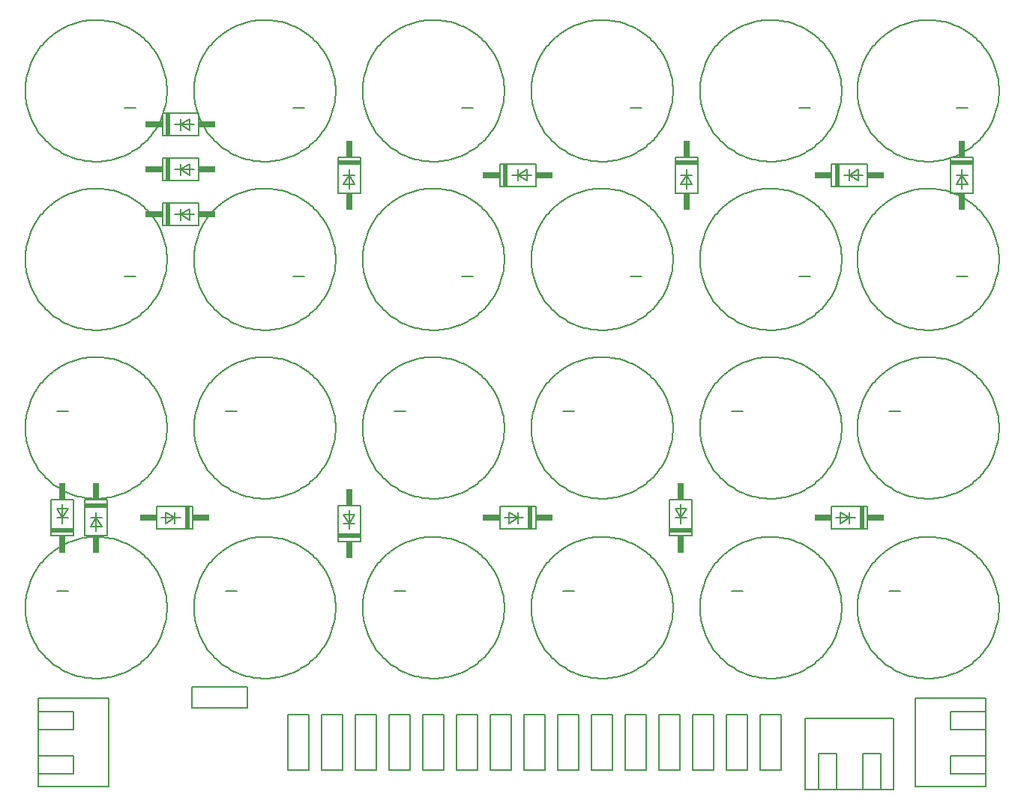
<source format=gto>
G75*
%MOIN*%
%OFA0B0*%
%FSLAX24Y24*%
%IPPOS*%
%LPD*%
%AMOC8*
5,1,8,0,0,1.08239X$1,22.5*
%
%ADD10C,0.0080*%
%ADD11C,0.0060*%
%ADD12R,0.0200X0.1000*%
%ADD13R,0.0750X0.0300*%
%ADD14R,0.1000X0.0200*%
%ADD15R,0.0300X0.0750*%
%ADD16C,0.0050*%
D10*
X012860Y009528D02*
X012860Y010472D01*
X015340Y010472D01*
X015340Y009528D01*
X012860Y009528D01*
X017128Y009240D02*
X017128Y006760D01*
X018072Y006760D01*
X018072Y009240D01*
X017128Y009240D01*
X018628Y009240D02*
X018628Y006760D01*
X019572Y006760D01*
X019572Y009240D01*
X018628Y009240D01*
X020128Y009240D02*
X021072Y009240D01*
X021072Y006760D01*
X020128Y006760D01*
X020128Y009240D01*
X021628Y009240D02*
X021628Y006760D01*
X022572Y006760D01*
X022572Y009240D01*
X021628Y009240D01*
X023128Y009240D02*
X024072Y009240D01*
X024072Y006760D01*
X023128Y006760D01*
X023128Y009240D01*
X024628Y009240D02*
X024628Y006760D01*
X025572Y006760D01*
X025572Y009240D01*
X024628Y009240D01*
X026128Y009240D02*
X027072Y009240D01*
X027072Y006760D01*
X026128Y006760D01*
X026128Y009240D01*
X027628Y009240D02*
X027628Y006760D01*
X028572Y006760D01*
X028572Y009240D01*
X027628Y009240D01*
X029128Y009240D02*
X030072Y009240D01*
X030072Y006760D01*
X029128Y006760D01*
X029128Y009240D01*
X030628Y009240D02*
X030628Y006760D01*
X031572Y006760D01*
X031572Y009240D01*
X030628Y009240D01*
X032128Y009240D02*
X033072Y009240D01*
X033072Y006760D01*
X032128Y006760D01*
X032128Y009240D01*
X033628Y009240D02*
X033628Y006760D01*
X034572Y006760D01*
X034572Y009240D01*
X033628Y009240D01*
X035128Y009240D02*
X036072Y009240D01*
X036072Y006760D01*
X035128Y006760D01*
X035128Y009240D01*
X036628Y009240D02*
X036628Y006760D01*
X037572Y006760D01*
X037572Y009240D01*
X036628Y009240D01*
X038128Y009240D02*
X039072Y009240D01*
X039072Y006760D01*
X038128Y006760D01*
X038128Y009240D01*
X035450Y014000D02*
X035452Y014112D01*
X035458Y014223D01*
X035468Y014335D01*
X035482Y014446D01*
X035499Y014556D01*
X035521Y014666D01*
X035547Y014775D01*
X035576Y014883D01*
X035609Y014989D01*
X035646Y015095D01*
X035687Y015199D01*
X035732Y015302D01*
X035780Y015403D01*
X035831Y015502D01*
X035886Y015599D01*
X035945Y015694D01*
X036006Y015788D01*
X036071Y015879D01*
X036140Y015967D01*
X036211Y016053D01*
X036285Y016137D01*
X036363Y016217D01*
X036443Y016295D01*
X036526Y016371D01*
X036611Y016443D01*
X036699Y016512D01*
X036789Y016578D01*
X036882Y016640D01*
X036977Y016700D01*
X037074Y016756D01*
X037172Y016808D01*
X037273Y016857D01*
X037375Y016902D01*
X037479Y016944D01*
X037584Y016982D01*
X037691Y017016D01*
X037798Y017046D01*
X037907Y017073D01*
X038016Y017095D01*
X038127Y017114D01*
X038237Y017129D01*
X038349Y017140D01*
X038460Y017147D01*
X038572Y017150D01*
X038684Y017149D01*
X038796Y017144D01*
X038907Y017135D01*
X039018Y017122D01*
X039129Y017105D01*
X039239Y017085D01*
X039348Y017060D01*
X039456Y017032D01*
X039563Y016999D01*
X039669Y016963D01*
X039773Y016923D01*
X039876Y016880D01*
X039978Y016833D01*
X040077Y016782D01*
X040175Y016728D01*
X040271Y016670D01*
X040365Y016609D01*
X040456Y016545D01*
X040545Y016478D01*
X040632Y016407D01*
X040716Y016333D01*
X040798Y016257D01*
X040876Y016177D01*
X040952Y016095D01*
X041025Y016010D01*
X041095Y015923D01*
X041161Y015833D01*
X041225Y015741D01*
X041285Y015647D01*
X041342Y015551D01*
X041395Y015452D01*
X041445Y015352D01*
X041491Y015251D01*
X041534Y015147D01*
X041573Y015042D01*
X041608Y014936D01*
X041639Y014829D01*
X041667Y014720D01*
X041690Y014611D01*
X041710Y014501D01*
X041726Y014390D01*
X041738Y014279D01*
X041746Y014168D01*
X041750Y014056D01*
X041750Y013944D01*
X041746Y013832D01*
X041738Y013721D01*
X041726Y013610D01*
X041710Y013499D01*
X041690Y013389D01*
X041667Y013280D01*
X041639Y013171D01*
X041608Y013064D01*
X041573Y012958D01*
X041534Y012853D01*
X041491Y012749D01*
X041445Y012648D01*
X041395Y012548D01*
X041342Y012449D01*
X041285Y012353D01*
X041225Y012259D01*
X041161Y012167D01*
X041095Y012077D01*
X041025Y011990D01*
X040952Y011905D01*
X040876Y011823D01*
X040798Y011743D01*
X040716Y011667D01*
X040632Y011593D01*
X040545Y011522D01*
X040456Y011455D01*
X040365Y011391D01*
X040271Y011330D01*
X040175Y011272D01*
X040077Y011218D01*
X039978Y011167D01*
X039876Y011120D01*
X039773Y011077D01*
X039669Y011037D01*
X039563Y011001D01*
X039456Y010968D01*
X039348Y010940D01*
X039239Y010915D01*
X039129Y010895D01*
X039018Y010878D01*
X038907Y010865D01*
X038796Y010856D01*
X038684Y010851D01*
X038572Y010850D01*
X038460Y010853D01*
X038349Y010860D01*
X038237Y010871D01*
X038127Y010886D01*
X038016Y010905D01*
X037907Y010927D01*
X037798Y010954D01*
X037691Y010984D01*
X037584Y011018D01*
X037479Y011056D01*
X037375Y011098D01*
X037273Y011143D01*
X037172Y011192D01*
X037074Y011244D01*
X036977Y011300D01*
X036882Y011360D01*
X036789Y011422D01*
X036699Y011488D01*
X036611Y011557D01*
X036526Y011629D01*
X036443Y011705D01*
X036363Y011783D01*
X036285Y011863D01*
X036211Y011947D01*
X036140Y012033D01*
X036071Y012121D01*
X036006Y012212D01*
X035945Y012306D01*
X035886Y012401D01*
X035831Y012498D01*
X035780Y012597D01*
X035732Y012698D01*
X035687Y012801D01*
X035646Y012905D01*
X035609Y013011D01*
X035576Y013117D01*
X035547Y013225D01*
X035521Y013334D01*
X035499Y013444D01*
X035482Y013554D01*
X035468Y013665D01*
X035458Y013777D01*
X035452Y013888D01*
X035450Y014000D01*
X036850Y014750D02*
X037350Y014750D01*
X027950Y014000D02*
X027952Y014112D01*
X027958Y014223D01*
X027968Y014335D01*
X027982Y014446D01*
X027999Y014556D01*
X028021Y014666D01*
X028047Y014775D01*
X028076Y014883D01*
X028109Y014989D01*
X028146Y015095D01*
X028187Y015199D01*
X028232Y015302D01*
X028280Y015403D01*
X028331Y015502D01*
X028386Y015599D01*
X028445Y015694D01*
X028506Y015788D01*
X028571Y015879D01*
X028640Y015967D01*
X028711Y016053D01*
X028785Y016137D01*
X028863Y016217D01*
X028943Y016295D01*
X029026Y016371D01*
X029111Y016443D01*
X029199Y016512D01*
X029289Y016578D01*
X029382Y016640D01*
X029477Y016700D01*
X029574Y016756D01*
X029672Y016808D01*
X029773Y016857D01*
X029875Y016902D01*
X029979Y016944D01*
X030084Y016982D01*
X030191Y017016D01*
X030298Y017046D01*
X030407Y017073D01*
X030516Y017095D01*
X030627Y017114D01*
X030737Y017129D01*
X030849Y017140D01*
X030960Y017147D01*
X031072Y017150D01*
X031184Y017149D01*
X031296Y017144D01*
X031407Y017135D01*
X031518Y017122D01*
X031629Y017105D01*
X031739Y017085D01*
X031848Y017060D01*
X031956Y017032D01*
X032063Y016999D01*
X032169Y016963D01*
X032273Y016923D01*
X032376Y016880D01*
X032478Y016833D01*
X032577Y016782D01*
X032675Y016728D01*
X032771Y016670D01*
X032865Y016609D01*
X032956Y016545D01*
X033045Y016478D01*
X033132Y016407D01*
X033216Y016333D01*
X033298Y016257D01*
X033376Y016177D01*
X033452Y016095D01*
X033525Y016010D01*
X033595Y015923D01*
X033661Y015833D01*
X033725Y015741D01*
X033785Y015647D01*
X033842Y015551D01*
X033895Y015452D01*
X033945Y015352D01*
X033991Y015251D01*
X034034Y015147D01*
X034073Y015042D01*
X034108Y014936D01*
X034139Y014829D01*
X034167Y014720D01*
X034190Y014611D01*
X034210Y014501D01*
X034226Y014390D01*
X034238Y014279D01*
X034246Y014168D01*
X034250Y014056D01*
X034250Y013944D01*
X034246Y013832D01*
X034238Y013721D01*
X034226Y013610D01*
X034210Y013499D01*
X034190Y013389D01*
X034167Y013280D01*
X034139Y013171D01*
X034108Y013064D01*
X034073Y012958D01*
X034034Y012853D01*
X033991Y012749D01*
X033945Y012648D01*
X033895Y012548D01*
X033842Y012449D01*
X033785Y012353D01*
X033725Y012259D01*
X033661Y012167D01*
X033595Y012077D01*
X033525Y011990D01*
X033452Y011905D01*
X033376Y011823D01*
X033298Y011743D01*
X033216Y011667D01*
X033132Y011593D01*
X033045Y011522D01*
X032956Y011455D01*
X032865Y011391D01*
X032771Y011330D01*
X032675Y011272D01*
X032577Y011218D01*
X032478Y011167D01*
X032376Y011120D01*
X032273Y011077D01*
X032169Y011037D01*
X032063Y011001D01*
X031956Y010968D01*
X031848Y010940D01*
X031739Y010915D01*
X031629Y010895D01*
X031518Y010878D01*
X031407Y010865D01*
X031296Y010856D01*
X031184Y010851D01*
X031072Y010850D01*
X030960Y010853D01*
X030849Y010860D01*
X030737Y010871D01*
X030627Y010886D01*
X030516Y010905D01*
X030407Y010927D01*
X030298Y010954D01*
X030191Y010984D01*
X030084Y011018D01*
X029979Y011056D01*
X029875Y011098D01*
X029773Y011143D01*
X029672Y011192D01*
X029574Y011244D01*
X029477Y011300D01*
X029382Y011360D01*
X029289Y011422D01*
X029199Y011488D01*
X029111Y011557D01*
X029026Y011629D01*
X028943Y011705D01*
X028863Y011783D01*
X028785Y011863D01*
X028711Y011947D01*
X028640Y012033D01*
X028571Y012121D01*
X028506Y012212D01*
X028445Y012306D01*
X028386Y012401D01*
X028331Y012498D01*
X028280Y012597D01*
X028232Y012698D01*
X028187Y012801D01*
X028146Y012905D01*
X028109Y013011D01*
X028076Y013117D01*
X028047Y013225D01*
X028021Y013334D01*
X027999Y013444D01*
X027982Y013554D01*
X027968Y013665D01*
X027958Y013777D01*
X027952Y013888D01*
X027950Y014000D01*
X029350Y014750D02*
X029850Y014750D01*
X020450Y014000D02*
X020452Y014112D01*
X020458Y014223D01*
X020468Y014335D01*
X020482Y014446D01*
X020499Y014556D01*
X020521Y014666D01*
X020547Y014775D01*
X020576Y014883D01*
X020609Y014989D01*
X020646Y015095D01*
X020687Y015199D01*
X020732Y015302D01*
X020780Y015403D01*
X020831Y015502D01*
X020886Y015599D01*
X020945Y015694D01*
X021006Y015788D01*
X021071Y015879D01*
X021140Y015967D01*
X021211Y016053D01*
X021285Y016137D01*
X021363Y016217D01*
X021443Y016295D01*
X021526Y016371D01*
X021611Y016443D01*
X021699Y016512D01*
X021789Y016578D01*
X021882Y016640D01*
X021977Y016700D01*
X022074Y016756D01*
X022172Y016808D01*
X022273Y016857D01*
X022375Y016902D01*
X022479Y016944D01*
X022584Y016982D01*
X022691Y017016D01*
X022798Y017046D01*
X022907Y017073D01*
X023016Y017095D01*
X023127Y017114D01*
X023237Y017129D01*
X023349Y017140D01*
X023460Y017147D01*
X023572Y017150D01*
X023684Y017149D01*
X023796Y017144D01*
X023907Y017135D01*
X024018Y017122D01*
X024129Y017105D01*
X024239Y017085D01*
X024348Y017060D01*
X024456Y017032D01*
X024563Y016999D01*
X024669Y016963D01*
X024773Y016923D01*
X024876Y016880D01*
X024978Y016833D01*
X025077Y016782D01*
X025175Y016728D01*
X025271Y016670D01*
X025365Y016609D01*
X025456Y016545D01*
X025545Y016478D01*
X025632Y016407D01*
X025716Y016333D01*
X025798Y016257D01*
X025876Y016177D01*
X025952Y016095D01*
X026025Y016010D01*
X026095Y015923D01*
X026161Y015833D01*
X026225Y015741D01*
X026285Y015647D01*
X026342Y015551D01*
X026395Y015452D01*
X026445Y015352D01*
X026491Y015251D01*
X026534Y015147D01*
X026573Y015042D01*
X026608Y014936D01*
X026639Y014829D01*
X026667Y014720D01*
X026690Y014611D01*
X026710Y014501D01*
X026726Y014390D01*
X026738Y014279D01*
X026746Y014168D01*
X026750Y014056D01*
X026750Y013944D01*
X026746Y013832D01*
X026738Y013721D01*
X026726Y013610D01*
X026710Y013499D01*
X026690Y013389D01*
X026667Y013280D01*
X026639Y013171D01*
X026608Y013064D01*
X026573Y012958D01*
X026534Y012853D01*
X026491Y012749D01*
X026445Y012648D01*
X026395Y012548D01*
X026342Y012449D01*
X026285Y012353D01*
X026225Y012259D01*
X026161Y012167D01*
X026095Y012077D01*
X026025Y011990D01*
X025952Y011905D01*
X025876Y011823D01*
X025798Y011743D01*
X025716Y011667D01*
X025632Y011593D01*
X025545Y011522D01*
X025456Y011455D01*
X025365Y011391D01*
X025271Y011330D01*
X025175Y011272D01*
X025077Y011218D01*
X024978Y011167D01*
X024876Y011120D01*
X024773Y011077D01*
X024669Y011037D01*
X024563Y011001D01*
X024456Y010968D01*
X024348Y010940D01*
X024239Y010915D01*
X024129Y010895D01*
X024018Y010878D01*
X023907Y010865D01*
X023796Y010856D01*
X023684Y010851D01*
X023572Y010850D01*
X023460Y010853D01*
X023349Y010860D01*
X023237Y010871D01*
X023127Y010886D01*
X023016Y010905D01*
X022907Y010927D01*
X022798Y010954D01*
X022691Y010984D01*
X022584Y011018D01*
X022479Y011056D01*
X022375Y011098D01*
X022273Y011143D01*
X022172Y011192D01*
X022074Y011244D01*
X021977Y011300D01*
X021882Y011360D01*
X021789Y011422D01*
X021699Y011488D01*
X021611Y011557D01*
X021526Y011629D01*
X021443Y011705D01*
X021363Y011783D01*
X021285Y011863D01*
X021211Y011947D01*
X021140Y012033D01*
X021071Y012121D01*
X021006Y012212D01*
X020945Y012306D01*
X020886Y012401D01*
X020831Y012498D01*
X020780Y012597D01*
X020732Y012698D01*
X020687Y012801D01*
X020646Y012905D01*
X020609Y013011D01*
X020576Y013117D01*
X020547Y013225D01*
X020521Y013334D01*
X020499Y013444D01*
X020482Y013554D01*
X020468Y013665D01*
X020458Y013777D01*
X020452Y013888D01*
X020450Y014000D01*
X021850Y014750D02*
X022350Y014750D01*
X012950Y014000D02*
X012952Y014112D01*
X012958Y014223D01*
X012968Y014335D01*
X012982Y014446D01*
X012999Y014556D01*
X013021Y014666D01*
X013047Y014775D01*
X013076Y014883D01*
X013109Y014989D01*
X013146Y015095D01*
X013187Y015199D01*
X013232Y015302D01*
X013280Y015403D01*
X013331Y015502D01*
X013386Y015599D01*
X013445Y015694D01*
X013506Y015788D01*
X013571Y015879D01*
X013640Y015967D01*
X013711Y016053D01*
X013785Y016137D01*
X013863Y016217D01*
X013943Y016295D01*
X014026Y016371D01*
X014111Y016443D01*
X014199Y016512D01*
X014289Y016578D01*
X014382Y016640D01*
X014477Y016700D01*
X014574Y016756D01*
X014672Y016808D01*
X014773Y016857D01*
X014875Y016902D01*
X014979Y016944D01*
X015084Y016982D01*
X015191Y017016D01*
X015298Y017046D01*
X015407Y017073D01*
X015516Y017095D01*
X015627Y017114D01*
X015737Y017129D01*
X015849Y017140D01*
X015960Y017147D01*
X016072Y017150D01*
X016184Y017149D01*
X016296Y017144D01*
X016407Y017135D01*
X016518Y017122D01*
X016629Y017105D01*
X016739Y017085D01*
X016848Y017060D01*
X016956Y017032D01*
X017063Y016999D01*
X017169Y016963D01*
X017273Y016923D01*
X017376Y016880D01*
X017478Y016833D01*
X017577Y016782D01*
X017675Y016728D01*
X017771Y016670D01*
X017865Y016609D01*
X017956Y016545D01*
X018045Y016478D01*
X018132Y016407D01*
X018216Y016333D01*
X018298Y016257D01*
X018376Y016177D01*
X018452Y016095D01*
X018525Y016010D01*
X018595Y015923D01*
X018661Y015833D01*
X018725Y015741D01*
X018785Y015647D01*
X018842Y015551D01*
X018895Y015452D01*
X018945Y015352D01*
X018991Y015251D01*
X019034Y015147D01*
X019073Y015042D01*
X019108Y014936D01*
X019139Y014829D01*
X019167Y014720D01*
X019190Y014611D01*
X019210Y014501D01*
X019226Y014390D01*
X019238Y014279D01*
X019246Y014168D01*
X019250Y014056D01*
X019250Y013944D01*
X019246Y013832D01*
X019238Y013721D01*
X019226Y013610D01*
X019210Y013499D01*
X019190Y013389D01*
X019167Y013280D01*
X019139Y013171D01*
X019108Y013064D01*
X019073Y012958D01*
X019034Y012853D01*
X018991Y012749D01*
X018945Y012648D01*
X018895Y012548D01*
X018842Y012449D01*
X018785Y012353D01*
X018725Y012259D01*
X018661Y012167D01*
X018595Y012077D01*
X018525Y011990D01*
X018452Y011905D01*
X018376Y011823D01*
X018298Y011743D01*
X018216Y011667D01*
X018132Y011593D01*
X018045Y011522D01*
X017956Y011455D01*
X017865Y011391D01*
X017771Y011330D01*
X017675Y011272D01*
X017577Y011218D01*
X017478Y011167D01*
X017376Y011120D01*
X017273Y011077D01*
X017169Y011037D01*
X017063Y011001D01*
X016956Y010968D01*
X016848Y010940D01*
X016739Y010915D01*
X016629Y010895D01*
X016518Y010878D01*
X016407Y010865D01*
X016296Y010856D01*
X016184Y010851D01*
X016072Y010850D01*
X015960Y010853D01*
X015849Y010860D01*
X015737Y010871D01*
X015627Y010886D01*
X015516Y010905D01*
X015407Y010927D01*
X015298Y010954D01*
X015191Y010984D01*
X015084Y011018D01*
X014979Y011056D01*
X014875Y011098D01*
X014773Y011143D01*
X014672Y011192D01*
X014574Y011244D01*
X014477Y011300D01*
X014382Y011360D01*
X014289Y011422D01*
X014199Y011488D01*
X014111Y011557D01*
X014026Y011629D01*
X013943Y011705D01*
X013863Y011783D01*
X013785Y011863D01*
X013711Y011947D01*
X013640Y012033D01*
X013571Y012121D01*
X013506Y012212D01*
X013445Y012306D01*
X013386Y012401D01*
X013331Y012498D01*
X013280Y012597D01*
X013232Y012698D01*
X013187Y012801D01*
X013146Y012905D01*
X013109Y013011D01*
X013076Y013117D01*
X013047Y013225D01*
X013021Y013334D01*
X012999Y013444D01*
X012982Y013554D01*
X012968Y013665D01*
X012958Y013777D01*
X012952Y013888D01*
X012950Y014000D01*
X014350Y014750D02*
X014850Y014750D01*
X005450Y014000D02*
X005452Y014112D01*
X005458Y014223D01*
X005468Y014335D01*
X005482Y014446D01*
X005499Y014556D01*
X005521Y014666D01*
X005547Y014775D01*
X005576Y014883D01*
X005609Y014989D01*
X005646Y015095D01*
X005687Y015199D01*
X005732Y015302D01*
X005780Y015403D01*
X005831Y015502D01*
X005886Y015599D01*
X005945Y015694D01*
X006006Y015788D01*
X006071Y015879D01*
X006140Y015967D01*
X006211Y016053D01*
X006285Y016137D01*
X006363Y016217D01*
X006443Y016295D01*
X006526Y016371D01*
X006611Y016443D01*
X006699Y016512D01*
X006789Y016578D01*
X006882Y016640D01*
X006977Y016700D01*
X007074Y016756D01*
X007172Y016808D01*
X007273Y016857D01*
X007375Y016902D01*
X007479Y016944D01*
X007584Y016982D01*
X007691Y017016D01*
X007798Y017046D01*
X007907Y017073D01*
X008016Y017095D01*
X008127Y017114D01*
X008237Y017129D01*
X008349Y017140D01*
X008460Y017147D01*
X008572Y017150D01*
X008684Y017149D01*
X008796Y017144D01*
X008907Y017135D01*
X009018Y017122D01*
X009129Y017105D01*
X009239Y017085D01*
X009348Y017060D01*
X009456Y017032D01*
X009563Y016999D01*
X009669Y016963D01*
X009773Y016923D01*
X009876Y016880D01*
X009978Y016833D01*
X010077Y016782D01*
X010175Y016728D01*
X010271Y016670D01*
X010365Y016609D01*
X010456Y016545D01*
X010545Y016478D01*
X010632Y016407D01*
X010716Y016333D01*
X010798Y016257D01*
X010876Y016177D01*
X010952Y016095D01*
X011025Y016010D01*
X011095Y015923D01*
X011161Y015833D01*
X011225Y015741D01*
X011285Y015647D01*
X011342Y015551D01*
X011395Y015452D01*
X011445Y015352D01*
X011491Y015251D01*
X011534Y015147D01*
X011573Y015042D01*
X011608Y014936D01*
X011639Y014829D01*
X011667Y014720D01*
X011690Y014611D01*
X011710Y014501D01*
X011726Y014390D01*
X011738Y014279D01*
X011746Y014168D01*
X011750Y014056D01*
X011750Y013944D01*
X011746Y013832D01*
X011738Y013721D01*
X011726Y013610D01*
X011710Y013499D01*
X011690Y013389D01*
X011667Y013280D01*
X011639Y013171D01*
X011608Y013064D01*
X011573Y012958D01*
X011534Y012853D01*
X011491Y012749D01*
X011445Y012648D01*
X011395Y012548D01*
X011342Y012449D01*
X011285Y012353D01*
X011225Y012259D01*
X011161Y012167D01*
X011095Y012077D01*
X011025Y011990D01*
X010952Y011905D01*
X010876Y011823D01*
X010798Y011743D01*
X010716Y011667D01*
X010632Y011593D01*
X010545Y011522D01*
X010456Y011455D01*
X010365Y011391D01*
X010271Y011330D01*
X010175Y011272D01*
X010077Y011218D01*
X009978Y011167D01*
X009876Y011120D01*
X009773Y011077D01*
X009669Y011037D01*
X009563Y011001D01*
X009456Y010968D01*
X009348Y010940D01*
X009239Y010915D01*
X009129Y010895D01*
X009018Y010878D01*
X008907Y010865D01*
X008796Y010856D01*
X008684Y010851D01*
X008572Y010850D01*
X008460Y010853D01*
X008349Y010860D01*
X008237Y010871D01*
X008127Y010886D01*
X008016Y010905D01*
X007907Y010927D01*
X007798Y010954D01*
X007691Y010984D01*
X007584Y011018D01*
X007479Y011056D01*
X007375Y011098D01*
X007273Y011143D01*
X007172Y011192D01*
X007074Y011244D01*
X006977Y011300D01*
X006882Y011360D01*
X006789Y011422D01*
X006699Y011488D01*
X006611Y011557D01*
X006526Y011629D01*
X006443Y011705D01*
X006363Y011783D01*
X006285Y011863D01*
X006211Y011947D01*
X006140Y012033D01*
X006071Y012121D01*
X006006Y012212D01*
X005945Y012306D01*
X005886Y012401D01*
X005831Y012498D01*
X005780Y012597D01*
X005732Y012698D01*
X005687Y012801D01*
X005646Y012905D01*
X005609Y013011D01*
X005576Y013117D01*
X005547Y013225D01*
X005521Y013334D01*
X005499Y013444D01*
X005482Y013554D01*
X005468Y013665D01*
X005458Y013777D01*
X005452Y013888D01*
X005450Y014000D01*
X006850Y014750D02*
X007350Y014750D01*
X005450Y022000D02*
X005452Y022112D01*
X005458Y022223D01*
X005468Y022335D01*
X005482Y022446D01*
X005499Y022556D01*
X005521Y022666D01*
X005547Y022775D01*
X005576Y022883D01*
X005609Y022989D01*
X005646Y023095D01*
X005687Y023199D01*
X005732Y023302D01*
X005780Y023403D01*
X005831Y023502D01*
X005886Y023599D01*
X005945Y023694D01*
X006006Y023788D01*
X006071Y023879D01*
X006140Y023967D01*
X006211Y024053D01*
X006285Y024137D01*
X006363Y024217D01*
X006443Y024295D01*
X006526Y024371D01*
X006611Y024443D01*
X006699Y024512D01*
X006789Y024578D01*
X006882Y024640D01*
X006977Y024700D01*
X007074Y024756D01*
X007172Y024808D01*
X007273Y024857D01*
X007375Y024902D01*
X007479Y024944D01*
X007584Y024982D01*
X007691Y025016D01*
X007798Y025046D01*
X007907Y025073D01*
X008016Y025095D01*
X008127Y025114D01*
X008237Y025129D01*
X008349Y025140D01*
X008460Y025147D01*
X008572Y025150D01*
X008684Y025149D01*
X008796Y025144D01*
X008907Y025135D01*
X009018Y025122D01*
X009129Y025105D01*
X009239Y025085D01*
X009348Y025060D01*
X009456Y025032D01*
X009563Y024999D01*
X009669Y024963D01*
X009773Y024923D01*
X009876Y024880D01*
X009978Y024833D01*
X010077Y024782D01*
X010175Y024728D01*
X010271Y024670D01*
X010365Y024609D01*
X010456Y024545D01*
X010545Y024478D01*
X010632Y024407D01*
X010716Y024333D01*
X010798Y024257D01*
X010876Y024177D01*
X010952Y024095D01*
X011025Y024010D01*
X011095Y023923D01*
X011161Y023833D01*
X011225Y023741D01*
X011285Y023647D01*
X011342Y023551D01*
X011395Y023452D01*
X011445Y023352D01*
X011491Y023251D01*
X011534Y023147D01*
X011573Y023042D01*
X011608Y022936D01*
X011639Y022829D01*
X011667Y022720D01*
X011690Y022611D01*
X011710Y022501D01*
X011726Y022390D01*
X011738Y022279D01*
X011746Y022168D01*
X011750Y022056D01*
X011750Y021944D01*
X011746Y021832D01*
X011738Y021721D01*
X011726Y021610D01*
X011710Y021499D01*
X011690Y021389D01*
X011667Y021280D01*
X011639Y021171D01*
X011608Y021064D01*
X011573Y020958D01*
X011534Y020853D01*
X011491Y020749D01*
X011445Y020648D01*
X011395Y020548D01*
X011342Y020449D01*
X011285Y020353D01*
X011225Y020259D01*
X011161Y020167D01*
X011095Y020077D01*
X011025Y019990D01*
X010952Y019905D01*
X010876Y019823D01*
X010798Y019743D01*
X010716Y019667D01*
X010632Y019593D01*
X010545Y019522D01*
X010456Y019455D01*
X010365Y019391D01*
X010271Y019330D01*
X010175Y019272D01*
X010077Y019218D01*
X009978Y019167D01*
X009876Y019120D01*
X009773Y019077D01*
X009669Y019037D01*
X009563Y019001D01*
X009456Y018968D01*
X009348Y018940D01*
X009239Y018915D01*
X009129Y018895D01*
X009018Y018878D01*
X008907Y018865D01*
X008796Y018856D01*
X008684Y018851D01*
X008572Y018850D01*
X008460Y018853D01*
X008349Y018860D01*
X008237Y018871D01*
X008127Y018886D01*
X008016Y018905D01*
X007907Y018927D01*
X007798Y018954D01*
X007691Y018984D01*
X007584Y019018D01*
X007479Y019056D01*
X007375Y019098D01*
X007273Y019143D01*
X007172Y019192D01*
X007074Y019244D01*
X006977Y019300D01*
X006882Y019360D01*
X006789Y019422D01*
X006699Y019488D01*
X006611Y019557D01*
X006526Y019629D01*
X006443Y019705D01*
X006363Y019783D01*
X006285Y019863D01*
X006211Y019947D01*
X006140Y020033D01*
X006071Y020121D01*
X006006Y020212D01*
X005945Y020306D01*
X005886Y020401D01*
X005831Y020498D01*
X005780Y020597D01*
X005732Y020698D01*
X005687Y020801D01*
X005646Y020905D01*
X005609Y021011D01*
X005576Y021117D01*
X005547Y021225D01*
X005521Y021334D01*
X005499Y021444D01*
X005482Y021554D01*
X005468Y021665D01*
X005458Y021777D01*
X005452Y021888D01*
X005450Y022000D01*
X006850Y022750D02*
X007350Y022750D01*
X009850Y028750D02*
X010350Y028750D01*
X005450Y029500D02*
X005452Y029612D01*
X005458Y029723D01*
X005468Y029835D01*
X005482Y029946D01*
X005499Y030056D01*
X005521Y030166D01*
X005547Y030275D01*
X005576Y030383D01*
X005609Y030489D01*
X005646Y030595D01*
X005687Y030699D01*
X005732Y030802D01*
X005780Y030903D01*
X005831Y031002D01*
X005886Y031099D01*
X005945Y031194D01*
X006006Y031288D01*
X006071Y031379D01*
X006140Y031467D01*
X006211Y031553D01*
X006285Y031637D01*
X006363Y031717D01*
X006443Y031795D01*
X006526Y031871D01*
X006611Y031943D01*
X006699Y032012D01*
X006789Y032078D01*
X006882Y032140D01*
X006977Y032200D01*
X007074Y032256D01*
X007172Y032308D01*
X007273Y032357D01*
X007375Y032402D01*
X007479Y032444D01*
X007584Y032482D01*
X007691Y032516D01*
X007798Y032546D01*
X007907Y032573D01*
X008016Y032595D01*
X008127Y032614D01*
X008237Y032629D01*
X008349Y032640D01*
X008460Y032647D01*
X008572Y032650D01*
X008684Y032649D01*
X008796Y032644D01*
X008907Y032635D01*
X009018Y032622D01*
X009129Y032605D01*
X009239Y032585D01*
X009348Y032560D01*
X009456Y032532D01*
X009563Y032499D01*
X009669Y032463D01*
X009773Y032423D01*
X009876Y032380D01*
X009978Y032333D01*
X010077Y032282D01*
X010175Y032228D01*
X010271Y032170D01*
X010365Y032109D01*
X010456Y032045D01*
X010545Y031978D01*
X010632Y031907D01*
X010716Y031833D01*
X010798Y031757D01*
X010876Y031677D01*
X010952Y031595D01*
X011025Y031510D01*
X011095Y031423D01*
X011161Y031333D01*
X011225Y031241D01*
X011285Y031147D01*
X011342Y031051D01*
X011395Y030952D01*
X011445Y030852D01*
X011491Y030751D01*
X011534Y030647D01*
X011573Y030542D01*
X011608Y030436D01*
X011639Y030329D01*
X011667Y030220D01*
X011690Y030111D01*
X011710Y030001D01*
X011726Y029890D01*
X011738Y029779D01*
X011746Y029668D01*
X011750Y029556D01*
X011750Y029444D01*
X011746Y029332D01*
X011738Y029221D01*
X011726Y029110D01*
X011710Y028999D01*
X011690Y028889D01*
X011667Y028780D01*
X011639Y028671D01*
X011608Y028564D01*
X011573Y028458D01*
X011534Y028353D01*
X011491Y028249D01*
X011445Y028148D01*
X011395Y028048D01*
X011342Y027949D01*
X011285Y027853D01*
X011225Y027759D01*
X011161Y027667D01*
X011095Y027577D01*
X011025Y027490D01*
X010952Y027405D01*
X010876Y027323D01*
X010798Y027243D01*
X010716Y027167D01*
X010632Y027093D01*
X010545Y027022D01*
X010456Y026955D01*
X010365Y026891D01*
X010271Y026830D01*
X010175Y026772D01*
X010077Y026718D01*
X009978Y026667D01*
X009876Y026620D01*
X009773Y026577D01*
X009669Y026537D01*
X009563Y026501D01*
X009456Y026468D01*
X009348Y026440D01*
X009239Y026415D01*
X009129Y026395D01*
X009018Y026378D01*
X008907Y026365D01*
X008796Y026356D01*
X008684Y026351D01*
X008572Y026350D01*
X008460Y026353D01*
X008349Y026360D01*
X008237Y026371D01*
X008127Y026386D01*
X008016Y026405D01*
X007907Y026427D01*
X007798Y026454D01*
X007691Y026484D01*
X007584Y026518D01*
X007479Y026556D01*
X007375Y026598D01*
X007273Y026643D01*
X007172Y026692D01*
X007074Y026744D01*
X006977Y026800D01*
X006882Y026860D01*
X006789Y026922D01*
X006699Y026988D01*
X006611Y027057D01*
X006526Y027129D01*
X006443Y027205D01*
X006363Y027283D01*
X006285Y027363D01*
X006211Y027447D01*
X006140Y027533D01*
X006071Y027621D01*
X006006Y027712D01*
X005945Y027806D01*
X005886Y027901D01*
X005831Y027998D01*
X005780Y028097D01*
X005732Y028198D01*
X005687Y028301D01*
X005646Y028405D01*
X005609Y028511D01*
X005576Y028617D01*
X005547Y028725D01*
X005521Y028834D01*
X005499Y028944D01*
X005482Y029054D01*
X005468Y029165D01*
X005458Y029277D01*
X005452Y029388D01*
X005450Y029500D01*
X009850Y036250D02*
X010350Y036250D01*
X005450Y037000D02*
X005452Y037112D01*
X005458Y037223D01*
X005468Y037335D01*
X005482Y037446D01*
X005499Y037556D01*
X005521Y037666D01*
X005547Y037775D01*
X005576Y037883D01*
X005609Y037989D01*
X005646Y038095D01*
X005687Y038199D01*
X005732Y038302D01*
X005780Y038403D01*
X005831Y038502D01*
X005886Y038599D01*
X005945Y038694D01*
X006006Y038788D01*
X006071Y038879D01*
X006140Y038967D01*
X006211Y039053D01*
X006285Y039137D01*
X006363Y039217D01*
X006443Y039295D01*
X006526Y039371D01*
X006611Y039443D01*
X006699Y039512D01*
X006789Y039578D01*
X006882Y039640D01*
X006977Y039700D01*
X007074Y039756D01*
X007172Y039808D01*
X007273Y039857D01*
X007375Y039902D01*
X007479Y039944D01*
X007584Y039982D01*
X007691Y040016D01*
X007798Y040046D01*
X007907Y040073D01*
X008016Y040095D01*
X008127Y040114D01*
X008237Y040129D01*
X008349Y040140D01*
X008460Y040147D01*
X008572Y040150D01*
X008684Y040149D01*
X008796Y040144D01*
X008907Y040135D01*
X009018Y040122D01*
X009129Y040105D01*
X009239Y040085D01*
X009348Y040060D01*
X009456Y040032D01*
X009563Y039999D01*
X009669Y039963D01*
X009773Y039923D01*
X009876Y039880D01*
X009978Y039833D01*
X010077Y039782D01*
X010175Y039728D01*
X010271Y039670D01*
X010365Y039609D01*
X010456Y039545D01*
X010545Y039478D01*
X010632Y039407D01*
X010716Y039333D01*
X010798Y039257D01*
X010876Y039177D01*
X010952Y039095D01*
X011025Y039010D01*
X011095Y038923D01*
X011161Y038833D01*
X011225Y038741D01*
X011285Y038647D01*
X011342Y038551D01*
X011395Y038452D01*
X011445Y038352D01*
X011491Y038251D01*
X011534Y038147D01*
X011573Y038042D01*
X011608Y037936D01*
X011639Y037829D01*
X011667Y037720D01*
X011690Y037611D01*
X011710Y037501D01*
X011726Y037390D01*
X011738Y037279D01*
X011746Y037168D01*
X011750Y037056D01*
X011750Y036944D01*
X011746Y036832D01*
X011738Y036721D01*
X011726Y036610D01*
X011710Y036499D01*
X011690Y036389D01*
X011667Y036280D01*
X011639Y036171D01*
X011608Y036064D01*
X011573Y035958D01*
X011534Y035853D01*
X011491Y035749D01*
X011445Y035648D01*
X011395Y035548D01*
X011342Y035449D01*
X011285Y035353D01*
X011225Y035259D01*
X011161Y035167D01*
X011095Y035077D01*
X011025Y034990D01*
X010952Y034905D01*
X010876Y034823D01*
X010798Y034743D01*
X010716Y034667D01*
X010632Y034593D01*
X010545Y034522D01*
X010456Y034455D01*
X010365Y034391D01*
X010271Y034330D01*
X010175Y034272D01*
X010077Y034218D01*
X009978Y034167D01*
X009876Y034120D01*
X009773Y034077D01*
X009669Y034037D01*
X009563Y034001D01*
X009456Y033968D01*
X009348Y033940D01*
X009239Y033915D01*
X009129Y033895D01*
X009018Y033878D01*
X008907Y033865D01*
X008796Y033856D01*
X008684Y033851D01*
X008572Y033850D01*
X008460Y033853D01*
X008349Y033860D01*
X008237Y033871D01*
X008127Y033886D01*
X008016Y033905D01*
X007907Y033927D01*
X007798Y033954D01*
X007691Y033984D01*
X007584Y034018D01*
X007479Y034056D01*
X007375Y034098D01*
X007273Y034143D01*
X007172Y034192D01*
X007074Y034244D01*
X006977Y034300D01*
X006882Y034360D01*
X006789Y034422D01*
X006699Y034488D01*
X006611Y034557D01*
X006526Y034629D01*
X006443Y034705D01*
X006363Y034783D01*
X006285Y034863D01*
X006211Y034947D01*
X006140Y035033D01*
X006071Y035121D01*
X006006Y035212D01*
X005945Y035306D01*
X005886Y035401D01*
X005831Y035498D01*
X005780Y035597D01*
X005732Y035698D01*
X005687Y035801D01*
X005646Y035905D01*
X005609Y036011D01*
X005576Y036117D01*
X005547Y036225D01*
X005521Y036334D01*
X005499Y036444D01*
X005482Y036554D01*
X005468Y036665D01*
X005458Y036777D01*
X005452Y036888D01*
X005450Y037000D01*
X012950Y037000D02*
X012952Y037112D01*
X012958Y037223D01*
X012968Y037335D01*
X012982Y037446D01*
X012999Y037556D01*
X013021Y037666D01*
X013047Y037775D01*
X013076Y037883D01*
X013109Y037989D01*
X013146Y038095D01*
X013187Y038199D01*
X013232Y038302D01*
X013280Y038403D01*
X013331Y038502D01*
X013386Y038599D01*
X013445Y038694D01*
X013506Y038788D01*
X013571Y038879D01*
X013640Y038967D01*
X013711Y039053D01*
X013785Y039137D01*
X013863Y039217D01*
X013943Y039295D01*
X014026Y039371D01*
X014111Y039443D01*
X014199Y039512D01*
X014289Y039578D01*
X014382Y039640D01*
X014477Y039700D01*
X014574Y039756D01*
X014672Y039808D01*
X014773Y039857D01*
X014875Y039902D01*
X014979Y039944D01*
X015084Y039982D01*
X015191Y040016D01*
X015298Y040046D01*
X015407Y040073D01*
X015516Y040095D01*
X015627Y040114D01*
X015737Y040129D01*
X015849Y040140D01*
X015960Y040147D01*
X016072Y040150D01*
X016184Y040149D01*
X016296Y040144D01*
X016407Y040135D01*
X016518Y040122D01*
X016629Y040105D01*
X016739Y040085D01*
X016848Y040060D01*
X016956Y040032D01*
X017063Y039999D01*
X017169Y039963D01*
X017273Y039923D01*
X017376Y039880D01*
X017478Y039833D01*
X017577Y039782D01*
X017675Y039728D01*
X017771Y039670D01*
X017865Y039609D01*
X017956Y039545D01*
X018045Y039478D01*
X018132Y039407D01*
X018216Y039333D01*
X018298Y039257D01*
X018376Y039177D01*
X018452Y039095D01*
X018525Y039010D01*
X018595Y038923D01*
X018661Y038833D01*
X018725Y038741D01*
X018785Y038647D01*
X018842Y038551D01*
X018895Y038452D01*
X018945Y038352D01*
X018991Y038251D01*
X019034Y038147D01*
X019073Y038042D01*
X019108Y037936D01*
X019139Y037829D01*
X019167Y037720D01*
X019190Y037611D01*
X019210Y037501D01*
X019226Y037390D01*
X019238Y037279D01*
X019246Y037168D01*
X019250Y037056D01*
X019250Y036944D01*
X019246Y036832D01*
X019238Y036721D01*
X019226Y036610D01*
X019210Y036499D01*
X019190Y036389D01*
X019167Y036280D01*
X019139Y036171D01*
X019108Y036064D01*
X019073Y035958D01*
X019034Y035853D01*
X018991Y035749D01*
X018945Y035648D01*
X018895Y035548D01*
X018842Y035449D01*
X018785Y035353D01*
X018725Y035259D01*
X018661Y035167D01*
X018595Y035077D01*
X018525Y034990D01*
X018452Y034905D01*
X018376Y034823D01*
X018298Y034743D01*
X018216Y034667D01*
X018132Y034593D01*
X018045Y034522D01*
X017956Y034455D01*
X017865Y034391D01*
X017771Y034330D01*
X017675Y034272D01*
X017577Y034218D01*
X017478Y034167D01*
X017376Y034120D01*
X017273Y034077D01*
X017169Y034037D01*
X017063Y034001D01*
X016956Y033968D01*
X016848Y033940D01*
X016739Y033915D01*
X016629Y033895D01*
X016518Y033878D01*
X016407Y033865D01*
X016296Y033856D01*
X016184Y033851D01*
X016072Y033850D01*
X015960Y033853D01*
X015849Y033860D01*
X015737Y033871D01*
X015627Y033886D01*
X015516Y033905D01*
X015407Y033927D01*
X015298Y033954D01*
X015191Y033984D01*
X015084Y034018D01*
X014979Y034056D01*
X014875Y034098D01*
X014773Y034143D01*
X014672Y034192D01*
X014574Y034244D01*
X014477Y034300D01*
X014382Y034360D01*
X014289Y034422D01*
X014199Y034488D01*
X014111Y034557D01*
X014026Y034629D01*
X013943Y034705D01*
X013863Y034783D01*
X013785Y034863D01*
X013711Y034947D01*
X013640Y035033D01*
X013571Y035121D01*
X013506Y035212D01*
X013445Y035306D01*
X013386Y035401D01*
X013331Y035498D01*
X013280Y035597D01*
X013232Y035698D01*
X013187Y035801D01*
X013146Y035905D01*
X013109Y036011D01*
X013076Y036117D01*
X013047Y036225D01*
X013021Y036334D01*
X012999Y036444D01*
X012982Y036554D01*
X012968Y036665D01*
X012958Y036777D01*
X012952Y036888D01*
X012950Y037000D01*
X017350Y036250D02*
X017850Y036250D01*
X020450Y037000D02*
X020452Y037112D01*
X020458Y037223D01*
X020468Y037335D01*
X020482Y037446D01*
X020499Y037556D01*
X020521Y037666D01*
X020547Y037775D01*
X020576Y037883D01*
X020609Y037989D01*
X020646Y038095D01*
X020687Y038199D01*
X020732Y038302D01*
X020780Y038403D01*
X020831Y038502D01*
X020886Y038599D01*
X020945Y038694D01*
X021006Y038788D01*
X021071Y038879D01*
X021140Y038967D01*
X021211Y039053D01*
X021285Y039137D01*
X021363Y039217D01*
X021443Y039295D01*
X021526Y039371D01*
X021611Y039443D01*
X021699Y039512D01*
X021789Y039578D01*
X021882Y039640D01*
X021977Y039700D01*
X022074Y039756D01*
X022172Y039808D01*
X022273Y039857D01*
X022375Y039902D01*
X022479Y039944D01*
X022584Y039982D01*
X022691Y040016D01*
X022798Y040046D01*
X022907Y040073D01*
X023016Y040095D01*
X023127Y040114D01*
X023237Y040129D01*
X023349Y040140D01*
X023460Y040147D01*
X023572Y040150D01*
X023684Y040149D01*
X023796Y040144D01*
X023907Y040135D01*
X024018Y040122D01*
X024129Y040105D01*
X024239Y040085D01*
X024348Y040060D01*
X024456Y040032D01*
X024563Y039999D01*
X024669Y039963D01*
X024773Y039923D01*
X024876Y039880D01*
X024978Y039833D01*
X025077Y039782D01*
X025175Y039728D01*
X025271Y039670D01*
X025365Y039609D01*
X025456Y039545D01*
X025545Y039478D01*
X025632Y039407D01*
X025716Y039333D01*
X025798Y039257D01*
X025876Y039177D01*
X025952Y039095D01*
X026025Y039010D01*
X026095Y038923D01*
X026161Y038833D01*
X026225Y038741D01*
X026285Y038647D01*
X026342Y038551D01*
X026395Y038452D01*
X026445Y038352D01*
X026491Y038251D01*
X026534Y038147D01*
X026573Y038042D01*
X026608Y037936D01*
X026639Y037829D01*
X026667Y037720D01*
X026690Y037611D01*
X026710Y037501D01*
X026726Y037390D01*
X026738Y037279D01*
X026746Y037168D01*
X026750Y037056D01*
X026750Y036944D01*
X026746Y036832D01*
X026738Y036721D01*
X026726Y036610D01*
X026710Y036499D01*
X026690Y036389D01*
X026667Y036280D01*
X026639Y036171D01*
X026608Y036064D01*
X026573Y035958D01*
X026534Y035853D01*
X026491Y035749D01*
X026445Y035648D01*
X026395Y035548D01*
X026342Y035449D01*
X026285Y035353D01*
X026225Y035259D01*
X026161Y035167D01*
X026095Y035077D01*
X026025Y034990D01*
X025952Y034905D01*
X025876Y034823D01*
X025798Y034743D01*
X025716Y034667D01*
X025632Y034593D01*
X025545Y034522D01*
X025456Y034455D01*
X025365Y034391D01*
X025271Y034330D01*
X025175Y034272D01*
X025077Y034218D01*
X024978Y034167D01*
X024876Y034120D01*
X024773Y034077D01*
X024669Y034037D01*
X024563Y034001D01*
X024456Y033968D01*
X024348Y033940D01*
X024239Y033915D01*
X024129Y033895D01*
X024018Y033878D01*
X023907Y033865D01*
X023796Y033856D01*
X023684Y033851D01*
X023572Y033850D01*
X023460Y033853D01*
X023349Y033860D01*
X023237Y033871D01*
X023127Y033886D01*
X023016Y033905D01*
X022907Y033927D01*
X022798Y033954D01*
X022691Y033984D01*
X022584Y034018D01*
X022479Y034056D01*
X022375Y034098D01*
X022273Y034143D01*
X022172Y034192D01*
X022074Y034244D01*
X021977Y034300D01*
X021882Y034360D01*
X021789Y034422D01*
X021699Y034488D01*
X021611Y034557D01*
X021526Y034629D01*
X021443Y034705D01*
X021363Y034783D01*
X021285Y034863D01*
X021211Y034947D01*
X021140Y035033D01*
X021071Y035121D01*
X021006Y035212D01*
X020945Y035306D01*
X020886Y035401D01*
X020831Y035498D01*
X020780Y035597D01*
X020732Y035698D01*
X020687Y035801D01*
X020646Y035905D01*
X020609Y036011D01*
X020576Y036117D01*
X020547Y036225D01*
X020521Y036334D01*
X020499Y036444D01*
X020482Y036554D01*
X020468Y036665D01*
X020458Y036777D01*
X020452Y036888D01*
X020450Y037000D01*
X024850Y036250D02*
X025350Y036250D01*
X027950Y037000D02*
X027952Y037112D01*
X027958Y037223D01*
X027968Y037335D01*
X027982Y037446D01*
X027999Y037556D01*
X028021Y037666D01*
X028047Y037775D01*
X028076Y037883D01*
X028109Y037989D01*
X028146Y038095D01*
X028187Y038199D01*
X028232Y038302D01*
X028280Y038403D01*
X028331Y038502D01*
X028386Y038599D01*
X028445Y038694D01*
X028506Y038788D01*
X028571Y038879D01*
X028640Y038967D01*
X028711Y039053D01*
X028785Y039137D01*
X028863Y039217D01*
X028943Y039295D01*
X029026Y039371D01*
X029111Y039443D01*
X029199Y039512D01*
X029289Y039578D01*
X029382Y039640D01*
X029477Y039700D01*
X029574Y039756D01*
X029672Y039808D01*
X029773Y039857D01*
X029875Y039902D01*
X029979Y039944D01*
X030084Y039982D01*
X030191Y040016D01*
X030298Y040046D01*
X030407Y040073D01*
X030516Y040095D01*
X030627Y040114D01*
X030737Y040129D01*
X030849Y040140D01*
X030960Y040147D01*
X031072Y040150D01*
X031184Y040149D01*
X031296Y040144D01*
X031407Y040135D01*
X031518Y040122D01*
X031629Y040105D01*
X031739Y040085D01*
X031848Y040060D01*
X031956Y040032D01*
X032063Y039999D01*
X032169Y039963D01*
X032273Y039923D01*
X032376Y039880D01*
X032478Y039833D01*
X032577Y039782D01*
X032675Y039728D01*
X032771Y039670D01*
X032865Y039609D01*
X032956Y039545D01*
X033045Y039478D01*
X033132Y039407D01*
X033216Y039333D01*
X033298Y039257D01*
X033376Y039177D01*
X033452Y039095D01*
X033525Y039010D01*
X033595Y038923D01*
X033661Y038833D01*
X033725Y038741D01*
X033785Y038647D01*
X033842Y038551D01*
X033895Y038452D01*
X033945Y038352D01*
X033991Y038251D01*
X034034Y038147D01*
X034073Y038042D01*
X034108Y037936D01*
X034139Y037829D01*
X034167Y037720D01*
X034190Y037611D01*
X034210Y037501D01*
X034226Y037390D01*
X034238Y037279D01*
X034246Y037168D01*
X034250Y037056D01*
X034250Y036944D01*
X034246Y036832D01*
X034238Y036721D01*
X034226Y036610D01*
X034210Y036499D01*
X034190Y036389D01*
X034167Y036280D01*
X034139Y036171D01*
X034108Y036064D01*
X034073Y035958D01*
X034034Y035853D01*
X033991Y035749D01*
X033945Y035648D01*
X033895Y035548D01*
X033842Y035449D01*
X033785Y035353D01*
X033725Y035259D01*
X033661Y035167D01*
X033595Y035077D01*
X033525Y034990D01*
X033452Y034905D01*
X033376Y034823D01*
X033298Y034743D01*
X033216Y034667D01*
X033132Y034593D01*
X033045Y034522D01*
X032956Y034455D01*
X032865Y034391D01*
X032771Y034330D01*
X032675Y034272D01*
X032577Y034218D01*
X032478Y034167D01*
X032376Y034120D01*
X032273Y034077D01*
X032169Y034037D01*
X032063Y034001D01*
X031956Y033968D01*
X031848Y033940D01*
X031739Y033915D01*
X031629Y033895D01*
X031518Y033878D01*
X031407Y033865D01*
X031296Y033856D01*
X031184Y033851D01*
X031072Y033850D01*
X030960Y033853D01*
X030849Y033860D01*
X030737Y033871D01*
X030627Y033886D01*
X030516Y033905D01*
X030407Y033927D01*
X030298Y033954D01*
X030191Y033984D01*
X030084Y034018D01*
X029979Y034056D01*
X029875Y034098D01*
X029773Y034143D01*
X029672Y034192D01*
X029574Y034244D01*
X029477Y034300D01*
X029382Y034360D01*
X029289Y034422D01*
X029199Y034488D01*
X029111Y034557D01*
X029026Y034629D01*
X028943Y034705D01*
X028863Y034783D01*
X028785Y034863D01*
X028711Y034947D01*
X028640Y035033D01*
X028571Y035121D01*
X028506Y035212D01*
X028445Y035306D01*
X028386Y035401D01*
X028331Y035498D01*
X028280Y035597D01*
X028232Y035698D01*
X028187Y035801D01*
X028146Y035905D01*
X028109Y036011D01*
X028076Y036117D01*
X028047Y036225D01*
X028021Y036334D01*
X027999Y036444D01*
X027982Y036554D01*
X027968Y036665D01*
X027958Y036777D01*
X027952Y036888D01*
X027950Y037000D01*
X032350Y036250D02*
X032850Y036250D01*
X035450Y037000D02*
X035452Y037112D01*
X035458Y037223D01*
X035468Y037335D01*
X035482Y037446D01*
X035499Y037556D01*
X035521Y037666D01*
X035547Y037775D01*
X035576Y037883D01*
X035609Y037989D01*
X035646Y038095D01*
X035687Y038199D01*
X035732Y038302D01*
X035780Y038403D01*
X035831Y038502D01*
X035886Y038599D01*
X035945Y038694D01*
X036006Y038788D01*
X036071Y038879D01*
X036140Y038967D01*
X036211Y039053D01*
X036285Y039137D01*
X036363Y039217D01*
X036443Y039295D01*
X036526Y039371D01*
X036611Y039443D01*
X036699Y039512D01*
X036789Y039578D01*
X036882Y039640D01*
X036977Y039700D01*
X037074Y039756D01*
X037172Y039808D01*
X037273Y039857D01*
X037375Y039902D01*
X037479Y039944D01*
X037584Y039982D01*
X037691Y040016D01*
X037798Y040046D01*
X037907Y040073D01*
X038016Y040095D01*
X038127Y040114D01*
X038237Y040129D01*
X038349Y040140D01*
X038460Y040147D01*
X038572Y040150D01*
X038684Y040149D01*
X038796Y040144D01*
X038907Y040135D01*
X039018Y040122D01*
X039129Y040105D01*
X039239Y040085D01*
X039348Y040060D01*
X039456Y040032D01*
X039563Y039999D01*
X039669Y039963D01*
X039773Y039923D01*
X039876Y039880D01*
X039978Y039833D01*
X040077Y039782D01*
X040175Y039728D01*
X040271Y039670D01*
X040365Y039609D01*
X040456Y039545D01*
X040545Y039478D01*
X040632Y039407D01*
X040716Y039333D01*
X040798Y039257D01*
X040876Y039177D01*
X040952Y039095D01*
X041025Y039010D01*
X041095Y038923D01*
X041161Y038833D01*
X041225Y038741D01*
X041285Y038647D01*
X041342Y038551D01*
X041395Y038452D01*
X041445Y038352D01*
X041491Y038251D01*
X041534Y038147D01*
X041573Y038042D01*
X041608Y037936D01*
X041639Y037829D01*
X041667Y037720D01*
X041690Y037611D01*
X041710Y037501D01*
X041726Y037390D01*
X041738Y037279D01*
X041746Y037168D01*
X041750Y037056D01*
X041750Y036944D01*
X041746Y036832D01*
X041738Y036721D01*
X041726Y036610D01*
X041710Y036499D01*
X041690Y036389D01*
X041667Y036280D01*
X041639Y036171D01*
X041608Y036064D01*
X041573Y035958D01*
X041534Y035853D01*
X041491Y035749D01*
X041445Y035648D01*
X041395Y035548D01*
X041342Y035449D01*
X041285Y035353D01*
X041225Y035259D01*
X041161Y035167D01*
X041095Y035077D01*
X041025Y034990D01*
X040952Y034905D01*
X040876Y034823D01*
X040798Y034743D01*
X040716Y034667D01*
X040632Y034593D01*
X040545Y034522D01*
X040456Y034455D01*
X040365Y034391D01*
X040271Y034330D01*
X040175Y034272D01*
X040077Y034218D01*
X039978Y034167D01*
X039876Y034120D01*
X039773Y034077D01*
X039669Y034037D01*
X039563Y034001D01*
X039456Y033968D01*
X039348Y033940D01*
X039239Y033915D01*
X039129Y033895D01*
X039018Y033878D01*
X038907Y033865D01*
X038796Y033856D01*
X038684Y033851D01*
X038572Y033850D01*
X038460Y033853D01*
X038349Y033860D01*
X038237Y033871D01*
X038127Y033886D01*
X038016Y033905D01*
X037907Y033927D01*
X037798Y033954D01*
X037691Y033984D01*
X037584Y034018D01*
X037479Y034056D01*
X037375Y034098D01*
X037273Y034143D01*
X037172Y034192D01*
X037074Y034244D01*
X036977Y034300D01*
X036882Y034360D01*
X036789Y034422D01*
X036699Y034488D01*
X036611Y034557D01*
X036526Y034629D01*
X036443Y034705D01*
X036363Y034783D01*
X036285Y034863D01*
X036211Y034947D01*
X036140Y035033D01*
X036071Y035121D01*
X036006Y035212D01*
X035945Y035306D01*
X035886Y035401D01*
X035831Y035498D01*
X035780Y035597D01*
X035732Y035698D01*
X035687Y035801D01*
X035646Y035905D01*
X035609Y036011D01*
X035576Y036117D01*
X035547Y036225D01*
X035521Y036334D01*
X035499Y036444D01*
X035482Y036554D01*
X035468Y036665D01*
X035458Y036777D01*
X035452Y036888D01*
X035450Y037000D01*
X039850Y036250D02*
X040350Y036250D01*
X042450Y037000D02*
X042452Y037112D01*
X042458Y037223D01*
X042468Y037335D01*
X042482Y037446D01*
X042499Y037556D01*
X042521Y037666D01*
X042547Y037775D01*
X042576Y037883D01*
X042609Y037989D01*
X042646Y038095D01*
X042687Y038199D01*
X042732Y038302D01*
X042780Y038403D01*
X042831Y038502D01*
X042886Y038599D01*
X042945Y038694D01*
X043006Y038788D01*
X043071Y038879D01*
X043140Y038967D01*
X043211Y039053D01*
X043285Y039137D01*
X043363Y039217D01*
X043443Y039295D01*
X043526Y039371D01*
X043611Y039443D01*
X043699Y039512D01*
X043789Y039578D01*
X043882Y039640D01*
X043977Y039700D01*
X044074Y039756D01*
X044172Y039808D01*
X044273Y039857D01*
X044375Y039902D01*
X044479Y039944D01*
X044584Y039982D01*
X044691Y040016D01*
X044798Y040046D01*
X044907Y040073D01*
X045016Y040095D01*
X045127Y040114D01*
X045237Y040129D01*
X045349Y040140D01*
X045460Y040147D01*
X045572Y040150D01*
X045684Y040149D01*
X045796Y040144D01*
X045907Y040135D01*
X046018Y040122D01*
X046129Y040105D01*
X046239Y040085D01*
X046348Y040060D01*
X046456Y040032D01*
X046563Y039999D01*
X046669Y039963D01*
X046773Y039923D01*
X046876Y039880D01*
X046978Y039833D01*
X047077Y039782D01*
X047175Y039728D01*
X047271Y039670D01*
X047365Y039609D01*
X047456Y039545D01*
X047545Y039478D01*
X047632Y039407D01*
X047716Y039333D01*
X047798Y039257D01*
X047876Y039177D01*
X047952Y039095D01*
X048025Y039010D01*
X048095Y038923D01*
X048161Y038833D01*
X048225Y038741D01*
X048285Y038647D01*
X048342Y038551D01*
X048395Y038452D01*
X048445Y038352D01*
X048491Y038251D01*
X048534Y038147D01*
X048573Y038042D01*
X048608Y037936D01*
X048639Y037829D01*
X048667Y037720D01*
X048690Y037611D01*
X048710Y037501D01*
X048726Y037390D01*
X048738Y037279D01*
X048746Y037168D01*
X048750Y037056D01*
X048750Y036944D01*
X048746Y036832D01*
X048738Y036721D01*
X048726Y036610D01*
X048710Y036499D01*
X048690Y036389D01*
X048667Y036280D01*
X048639Y036171D01*
X048608Y036064D01*
X048573Y035958D01*
X048534Y035853D01*
X048491Y035749D01*
X048445Y035648D01*
X048395Y035548D01*
X048342Y035449D01*
X048285Y035353D01*
X048225Y035259D01*
X048161Y035167D01*
X048095Y035077D01*
X048025Y034990D01*
X047952Y034905D01*
X047876Y034823D01*
X047798Y034743D01*
X047716Y034667D01*
X047632Y034593D01*
X047545Y034522D01*
X047456Y034455D01*
X047365Y034391D01*
X047271Y034330D01*
X047175Y034272D01*
X047077Y034218D01*
X046978Y034167D01*
X046876Y034120D01*
X046773Y034077D01*
X046669Y034037D01*
X046563Y034001D01*
X046456Y033968D01*
X046348Y033940D01*
X046239Y033915D01*
X046129Y033895D01*
X046018Y033878D01*
X045907Y033865D01*
X045796Y033856D01*
X045684Y033851D01*
X045572Y033850D01*
X045460Y033853D01*
X045349Y033860D01*
X045237Y033871D01*
X045127Y033886D01*
X045016Y033905D01*
X044907Y033927D01*
X044798Y033954D01*
X044691Y033984D01*
X044584Y034018D01*
X044479Y034056D01*
X044375Y034098D01*
X044273Y034143D01*
X044172Y034192D01*
X044074Y034244D01*
X043977Y034300D01*
X043882Y034360D01*
X043789Y034422D01*
X043699Y034488D01*
X043611Y034557D01*
X043526Y034629D01*
X043443Y034705D01*
X043363Y034783D01*
X043285Y034863D01*
X043211Y034947D01*
X043140Y035033D01*
X043071Y035121D01*
X043006Y035212D01*
X042945Y035306D01*
X042886Y035401D01*
X042831Y035498D01*
X042780Y035597D01*
X042732Y035698D01*
X042687Y035801D01*
X042646Y035905D01*
X042609Y036011D01*
X042576Y036117D01*
X042547Y036225D01*
X042521Y036334D01*
X042499Y036444D01*
X042482Y036554D01*
X042468Y036665D01*
X042458Y036777D01*
X042452Y036888D01*
X042450Y037000D01*
X046850Y036250D02*
X047350Y036250D01*
X042450Y029500D02*
X042452Y029612D01*
X042458Y029723D01*
X042468Y029835D01*
X042482Y029946D01*
X042499Y030056D01*
X042521Y030166D01*
X042547Y030275D01*
X042576Y030383D01*
X042609Y030489D01*
X042646Y030595D01*
X042687Y030699D01*
X042732Y030802D01*
X042780Y030903D01*
X042831Y031002D01*
X042886Y031099D01*
X042945Y031194D01*
X043006Y031288D01*
X043071Y031379D01*
X043140Y031467D01*
X043211Y031553D01*
X043285Y031637D01*
X043363Y031717D01*
X043443Y031795D01*
X043526Y031871D01*
X043611Y031943D01*
X043699Y032012D01*
X043789Y032078D01*
X043882Y032140D01*
X043977Y032200D01*
X044074Y032256D01*
X044172Y032308D01*
X044273Y032357D01*
X044375Y032402D01*
X044479Y032444D01*
X044584Y032482D01*
X044691Y032516D01*
X044798Y032546D01*
X044907Y032573D01*
X045016Y032595D01*
X045127Y032614D01*
X045237Y032629D01*
X045349Y032640D01*
X045460Y032647D01*
X045572Y032650D01*
X045684Y032649D01*
X045796Y032644D01*
X045907Y032635D01*
X046018Y032622D01*
X046129Y032605D01*
X046239Y032585D01*
X046348Y032560D01*
X046456Y032532D01*
X046563Y032499D01*
X046669Y032463D01*
X046773Y032423D01*
X046876Y032380D01*
X046978Y032333D01*
X047077Y032282D01*
X047175Y032228D01*
X047271Y032170D01*
X047365Y032109D01*
X047456Y032045D01*
X047545Y031978D01*
X047632Y031907D01*
X047716Y031833D01*
X047798Y031757D01*
X047876Y031677D01*
X047952Y031595D01*
X048025Y031510D01*
X048095Y031423D01*
X048161Y031333D01*
X048225Y031241D01*
X048285Y031147D01*
X048342Y031051D01*
X048395Y030952D01*
X048445Y030852D01*
X048491Y030751D01*
X048534Y030647D01*
X048573Y030542D01*
X048608Y030436D01*
X048639Y030329D01*
X048667Y030220D01*
X048690Y030111D01*
X048710Y030001D01*
X048726Y029890D01*
X048738Y029779D01*
X048746Y029668D01*
X048750Y029556D01*
X048750Y029444D01*
X048746Y029332D01*
X048738Y029221D01*
X048726Y029110D01*
X048710Y028999D01*
X048690Y028889D01*
X048667Y028780D01*
X048639Y028671D01*
X048608Y028564D01*
X048573Y028458D01*
X048534Y028353D01*
X048491Y028249D01*
X048445Y028148D01*
X048395Y028048D01*
X048342Y027949D01*
X048285Y027853D01*
X048225Y027759D01*
X048161Y027667D01*
X048095Y027577D01*
X048025Y027490D01*
X047952Y027405D01*
X047876Y027323D01*
X047798Y027243D01*
X047716Y027167D01*
X047632Y027093D01*
X047545Y027022D01*
X047456Y026955D01*
X047365Y026891D01*
X047271Y026830D01*
X047175Y026772D01*
X047077Y026718D01*
X046978Y026667D01*
X046876Y026620D01*
X046773Y026577D01*
X046669Y026537D01*
X046563Y026501D01*
X046456Y026468D01*
X046348Y026440D01*
X046239Y026415D01*
X046129Y026395D01*
X046018Y026378D01*
X045907Y026365D01*
X045796Y026356D01*
X045684Y026351D01*
X045572Y026350D01*
X045460Y026353D01*
X045349Y026360D01*
X045237Y026371D01*
X045127Y026386D01*
X045016Y026405D01*
X044907Y026427D01*
X044798Y026454D01*
X044691Y026484D01*
X044584Y026518D01*
X044479Y026556D01*
X044375Y026598D01*
X044273Y026643D01*
X044172Y026692D01*
X044074Y026744D01*
X043977Y026800D01*
X043882Y026860D01*
X043789Y026922D01*
X043699Y026988D01*
X043611Y027057D01*
X043526Y027129D01*
X043443Y027205D01*
X043363Y027283D01*
X043285Y027363D01*
X043211Y027447D01*
X043140Y027533D01*
X043071Y027621D01*
X043006Y027712D01*
X042945Y027806D01*
X042886Y027901D01*
X042831Y027998D01*
X042780Y028097D01*
X042732Y028198D01*
X042687Y028301D01*
X042646Y028405D01*
X042609Y028511D01*
X042576Y028617D01*
X042547Y028725D01*
X042521Y028834D01*
X042499Y028944D01*
X042482Y029054D01*
X042468Y029165D01*
X042458Y029277D01*
X042452Y029388D01*
X042450Y029500D01*
X040350Y028750D02*
X039850Y028750D01*
X035450Y029500D02*
X035452Y029612D01*
X035458Y029723D01*
X035468Y029835D01*
X035482Y029946D01*
X035499Y030056D01*
X035521Y030166D01*
X035547Y030275D01*
X035576Y030383D01*
X035609Y030489D01*
X035646Y030595D01*
X035687Y030699D01*
X035732Y030802D01*
X035780Y030903D01*
X035831Y031002D01*
X035886Y031099D01*
X035945Y031194D01*
X036006Y031288D01*
X036071Y031379D01*
X036140Y031467D01*
X036211Y031553D01*
X036285Y031637D01*
X036363Y031717D01*
X036443Y031795D01*
X036526Y031871D01*
X036611Y031943D01*
X036699Y032012D01*
X036789Y032078D01*
X036882Y032140D01*
X036977Y032200D01*
X037074Y032256D01*
X037172Y032308D01*
X037273Y032357D01*
X037375Y032402D01*
X037479Y032444D01*
X037584Y032482D01*
X037691Y032516D01*
X037798Y032546D01*
X037907Y032573D01*
X038016Y032595D01*
X038127Y032614D01*
X038237Y032629D01*
X038349Y032640D01*
X038460Y032647D01*
X038572Y032650D01*
X038684Y032649D01*
X038796Y032644D01*
X038907Y032635D01*
X039018Y032622D01*
X039129Y032605D01*
X039239Y032585D01*
X039348Y032560D01*
X039456Y032532D01*
X039563Y032499D01*
X039669Y032463D01*
X039773Y032423D01*
X039876Y032380D01*
X039978Y032333D01*
X040077Y032282D01*
X040175Y032228D01*
X040271Y032170D01*
X040365Y032109D01*
X040456Y032045D01*
X040545Y031978D01*
X040632Y031907D01*
X040716Y031833D01*
X040798Y031757D01*
X040876Y031677D01*
X040952Y031595D01*
X041025Y031510D01*
X041095Y031423D01*
X041161Y031333D01*
X041225Y031241D01*
X041285Y031147D01*
X041342Y031051D01*
X041395Y030952D01*
X041445Y030852D01*
X041491Y030751D01*
X041534Y030647D01*
X041573Y030542D01*
X041608Y030436D01*
X041639Y030329D01*
X041667Y030220D01*
X041690Y030111D01*
X041710Y030001D01*
X041726Y029890D01*
X041738Y029779D01*
X041746Y029668D01*
X041750Y029556D01*
X041750Y029444D01*
X041746Y029332D01*
X041738Y029221D01*
X041726Y029110D01*
X041710Y028999D01*
X041690Y028889D01*
X041667Y028780D01*
X041639Y028671D01*
X041608Y028564D01*
X041573Y028458D01*
X041534Y028353D01*
X041491Y028249D01*
X041445Y028148D01*
X041395Y028048D01*
X041342Y027949D01*
X041285Y027853D01*
X041225Y027759D01*
X041161Y027667D01*
X041095Y027577D01*
X041025Y027490D01*
X040952Y027405D01*
X040876Y027323D01*
X040798Y027243D01*
X040716Y027167D01*
X040632Y027093D01*
X040545Y027022D01*
X040456Y026955D01*
X040365Y026891D01*
X040271Y026830D01*
X040175Y026772D01*
X040077Y026718D01*
X039978Y026667D01*
X039876Y026620D01*
X039773Y026577D01*
X039669Y026537D01*
X039563Y026501D01*
X039456Y026468D01*
X039348Y026440D01*
X039239Y026415D01*
X039129Y026395D01*
X039018Y026378D01*
X038907Y026365D01*
X038796Y026356D01*
X038684Y026351D01*
X038572Y026350D01*
X038460Y026353D01*
X038349Y026360D01*
X038237Y026371D01*
X038127Y026386D01*
X038016Y026405D01*
X037907Y026427D01*
X037798Y026454D01*
X037691Y026484D01*
X037584Y026518D01*
X037479Y026556D01*
X037375Y026598D01*
X037273Y026643D01*
X037172Y026692D01*
X037074Y026744D01*
X036977Y026800D01*
X036882Y026860D01*
X036789Y026922D01*
X036699Y026988D01*
X036611Y027057D01*
X036526Y027129D01*
X036443Y027205D01*
X036363Y027283D01*
X036285Y027363D01*
X036211Y027447D01*
X036140Y027533D01*
X036071Y027621D01*
X036006Y027712D01*
X035945Y027806D01*
X035886Y027901D01*
X035831Y027998D01*
X035780Y028097D01*
X035732Y028198D01*
X035687Y028301D01*
X035646Y028405D01*
X035609Y028511D01*
X035576Y028617D01*
X035547Y028725D01*
X035521Y028834D01*
X035499Y028944D01*
X035482Y029054D01*
X035468Y029165D01*
X035458Y029277D01*
X035452Y029388D01*
X035450Y029500D01*
X032850Y028750D02*
X032350Y028750D01*
X027950Y029500D02*
X027952Y029612D01*
X027958Y029723D01*
X027968Y029835D01*
X027982Y029946D01*
X027999Y030056D01*
X028021Y030166D01*
X028047Y030275D01*
X028076Y030383D01*
X028109Y030489D01*
X028146Y030595D01*
X028187Y030699D01*
X028232Y030802D01*
X028280Y030903D01*
X028331Y031002D01*
X028386Y031099D01*
X028445Y031194D01*
X028506Y031288D01*
X028571Y031379D01*
X028640Y031467D01*
X028711Y031553D01*
X028785Y031637D01*
X028863Y031717D01*
X028943Y031795D01*
X029026Y031871D01*
X029111Y031943D01*
X029199Y032012D01*
X029289Y032078D01*
X029382Y032140D01*
X029477Y032200D01*
X029574Y032256D01*
X029672Y032308D01*
X029773Y032357D01*
X029875Y032402D01*
X029979Y032444D01*
X030084Y032482D01*
X030191Y032516D01*
X030298Y032546D01*
X030407Y032573D01*
X030516Y032595D01*
X030627Y032614D01*
X030737Y032629D01*
X030849Y032640D01*
X030960Y032647D01*
X031072Y032650D01*
X031184Y032649D01*
X031296Y032644D01*
X031407Y032635D01*
X031518Y032622D01*
X031629Y032605D01*
X031739Y032585D01*
X031848Y032560D01*
X031956Y032532D01*
X032063Y032499D01*
X032169Y032463D01*
X032273Y032423D01*
X032376Y032380D01*
X032478Y032333D01*
X032577Y032282D01*
X032675Y032228D01*
X032771Y032170D01*
X032865Y032109D01*
X032956Y032045D01*
X033045Y031978D01*
X033132Y031907D01*
X033216Y031833D01*
X033298Y031757D01*
X033376Y031677D01*
X033452Y031595D01*
X033525Y031510D01*
X033595Y031423D01*
X033661Y031333D01*
X033725Y031241D01*
X033785Y031147D01*
X033842Y031051D01*
X033895Y030952D01*
X033945Y030852D01*
X033991Y030751D01*
X034034Y030647D01*
X034073Y030542D01*
X034108Y030436D01*
X034139Y030329D01*
X034167Y030220D01*
X034190Y030111D01*
X034210Y030001D01*
X034226Y029890D01*
X034238Y029779D01*
X034246Y029668D01*
X034250Y029556D01*
X034250Y029444D01*
X034246Y029332D01*
X034238Y029221D01*
X034226Y029110D01*
X034210Y028999D01*
X034190Y028889D01*
X034167Y028780D01*
X034139Y028671D01*
X034108Y028564D01*
X034073Y028458D01*
X034034Y028353D01*
X033991Y028249D01*
X033945Y028148D01*
X033895Y028048D01*
X033842Y027949D01*
X033785Y027853D01*
X033725Y027759D01*
X033661Y027667D01*
X033595Y027577D01*
X033525Y027490D01*
X033452Y027405D01*
X033376Y027323D01*
X033298Y027243D01*
X033216Y027167D01*
X033132Y027093D01*
X033045Y027022D01*
X032956Y026955D01*
X032865Y026891D01*
X032771Y026830D01*
X032675Y026772D01*
X032577Y026718D01*
X032478Y026667D01*
X032376Y026620D01*
X032273Y026577D01*
X032169Y026537D01*
X032063Y026501D01*
X031956Y026468D01*
X031848Y026440D01*
X031739Y026415D01*
X031629Y026395D01*
X031518Y026378D01*
X031407Y026365D01*
X031296Y026356D01*
X031184Y026351D01*
X031072Y026350D01*
X030960Y026353D01*
X030849Y026360D01*
X030737Y026371D01*
X030627Y026386D01*
X030516Y026405D01*
X030407Y026427D01*
X030298Y026454D01*
X030191Y026484D01*
X030084Y026518D01*
X029979Y026556D01*
X029875Y026598D01*
X029773Y026643D01*
X029672Y026692D01*
X029574Y026744D01*
X029477Y026800D01*
X029382Y026860D01*
X029289Y026922D01*
X029199Y026988D01*
X029111Y027057D01*
X029026Y027129D01*
X028943Y027205D01*
X028863Y027283D01*
X028785Y027363D01*
X028711Y027447D01*
X028640Y027533D01*
X028571Y027621D01*
X028506Y027712D01*
X028445Y027806D01*
X028386Y027901D01*
X028331Y027998D01*
X028280Y028097D01*
X028232Y028198D01*
X028187Y028301D01*
X028146Y028405D01*
X028109Y028511D01*
X028076Y028617D01*
X028047Y028725D01*
X028021Y028834D01*
X027999Y028944D01*
X027982Y029054D01*
X027968Y029165D01*
X027958Y029277D01*
X027952Y029388D01*
X027950Y029500D01*
X025350Y028750D02*
X024850Y028750D01*
X020450Y029500D02*
X020452Y029612D01*
X020458Y029723D01*
X020468Y029835D01*
X020482Y029946D01*
X020499Y030056D01*
X020521Y030166D01*
X020547Y030275D01*
X020576Y030383D01*
X020609Y030489D01*
X020646Y030595D01*
X020687Y030699D01*
X020732Y030802D01*
X020780Y030903D01*
X020831Y031002D01*
X020886Y031099D01*
X020945Y031194D01*
X021006Y031288D01*
X021071Y031379D01*
X021140Y031467D01*
X021211Y031553D01*
X021285Y031637D01*
X021363Y031717D01*
X021443Y031795D01*
X021526Y031871D01*
X021611Y031943D01*
X021699Y032012D01*
X021789Y032078D01*
X021882Y032140D01*
X021977Y032200D01*
X022074Y032256D01*
X022172Y032308D01*
X022273Y032357D01*
X022375Y032402D01*
X022479Y032444D01*
X022584Y032482D01*
X022691Y032516D01*
X022798Y032546D01*
X022907Y032573D01*
X023016Y032595D01*
X023127Y032614D01*
X023237Y032629D01*
X023349Y032640D01*
X023460Y032647D01*
X023572Y032650D01*
X023684Y032649D01*
X023796Y032644D01*
X023907Y032635D01*
X024018Y032622D01*
X024129Y032605D01*
X024239Y032585D01*
X024348Y032560D01*
X024456Y032532D01*
X024563Y032499D01*
X024669Y032463D01*
X024773Y032423D01*
X024876Y032380D01*
X024978Y032333D01*
X025077Y032282D01*
X025175Y032228D01*
X025271Y032170D01*
X025365Y032109D01*
X025456Y032045D01*
X025545Y031978D01*
X025632Y031907D01*
X025716Y031833D01*
X025798Y031757D01*
X025876Y031677D01*
X025952Y031595D01*
X026025Y031510D01*
X026095Y031423D01*
X026161Y031333D01*
X026225Y031241D01*
X026285Y031147D01*
X026342Y031051D01*
X026395Y030952D01*
X026445Y030852D01*
X026491Y030751D01*
X026534Y030647D01*
X026573Y030542D01*
X026608Y030436D01*
X026639Y030329D01*
X026667Y030220D01*
X026690Y030111D01*
X026710Y030001D01*
X026726Y029890D01*
X026738Y029779D01*
X026746Y029668D01*
X026750Y029556D01*
X026750Y029444D01*
X026746Y029332D01*
X026738Y029221D01*
X026726Y029110D01*
X026710Y028999D01*
X026690Y028889D01*
X026667Y028780D01*
X026639Y028671D01*
X026608Y028564D01*
X026573Y028458D01*
X026534Y028353D01*
X026491Y028249D01*
X026445Y028148D01*
X026395Y028048D01*
X026342Y027949D01*
X026285Y027853D01*
X026225Y027759D01*
X026161Y027667D01*
X026095Y027577D01*
X026025Y027490D01*
X025952Y027405D01*
X025876Y027323D01*
X025798Y027243D01*
X025716Y027167D01*
X025632Y027093D01*
X025545Y027022D01*
X025456Y026955D01*
X025365Y026891D01*
X025271Y026830D01*
X025175Y026772D01*
X025077Y026718D01*
X024978Y026667D01*
X024876Y026620D01*
X024773Y026577D01*
X024669Y026537D01*
X024563Y026501D01*
X024456Y026468D01*
X024348Y026440D01*
X024239Y026415D01*
X024129Y026395D01*
X024018Y026378D01*
X023907Y026365D01*
X023796Y026356D01*
X023684Y026351D01*
X023572Y026350D01*
X023460Y026353D01*
X023349Y026360D01*
X023237Y026371D01*
X023127Y026386D01*
X023016Y026405D01*
X022907Y026427D01*
X022798Y026454D01*
X022691Y026484D01*
X022584Y026518D01*
X022479Y026556D01*
X022375Y026598D01*
X022273Y026643D01*
X022172Y026692D01*
X022074Y026744D01*
X021977Y026800D01*
X021882Y026860D01*
X021789Y026922D01*
X021699Y026988D01*
X021611Y027057D01*
X021526Y027129D01*
X021443Y027205D01*
X021363Y027283D01*
X021285Y027363D01*
X021211Y027447D01*
X021140Y027533D01*
X021071Y027621D01*
X021006Y027712D01*
X020945Y027806D01*
X020886Y027901D01*
X020831Y027998D01*
X020780Y028097D01*
X020732Y028198D01*
X020687Y028301D01*
X020646Y028405D01*
X020609Y028511D01*
X020576Y028617D01*
X020547Y028725D01*
X020521Y028834D01*
X020499Y028944D01*
X020482Y029054D01*
X020468Y029165D01*
X020458Y029277D01*
X020452Y029388D01*
X020450Y029500D01*
X017850Y028750D02*
X017350Y028750D01*
X012950Y029500D02*
X012952Y029612D01*
X012958Y029723D01*
X012968Y029835D01*
X012982Y029946D01*
X012999Y030056D01*
X013021Y030166D01*
X013047Y030275D01*
X013076Y030383D01*
X013109Y030489D01*
X013146Y030595D01*
X013187Y030699D01*
X013232Y030802D01*
X013280Y030903D01*
X013331Y031002D01*
X013386Y031099D01*
X013445Y031194D01*
X013506Y031288D01*
X013571Y031379D01*
X013640Y031467D01*
X013711Y031553D01*
X013785Y031637D01*
X013863Y031717D01*
X013943Y031795D01*
X014026Y031871D01*
X014111Y031943D01*
X014199Y032012D01*
X014289Y032078D01*
X014382Y032140D01*
X014477Y032200D01*
X014574Y032256D01*
X014672Y032308D01*
X014773Y032357D01*
X014875Y032402D01*
X014979Y032444D01*
X015084Y032482D01*
X015191Y032516D01*
X015298Y032546D01*
X015407Y032573D01*
X015516Y032595D01*
X015627Y032614D01*
X015737Y032629D01*
X015849Y032640D01*
X015960Y032647D01*
X016072Y032650D01*
X016184Y032649D01*
X016296Y032644D01*
X016407Y032635D01*
X016518Y032622D01*
X016629Y032605D01*
X016739Y032585D01*
X016848Y032560D01*
X016956Y032532D01*
X017063Y032499D01*
X017169Y032463D01*
X017273Y032423D01*
X017376Y032380D01*
X017478Y032333D01*
X017577Y032282D01*
X017675Y032228D01*
X017771Y032170D01*
X017865Y032109D01*
X017956Y032045D01*
X018045Y031978D01*
X018132Y031907D01*
X018216Y031833D01*
X018298Y031757D01*
X018376Y031677D01*
X018452Y031595D01*
X018525Y031510D01*
X018595Y031423D01*
X018661Y031333D01*
X018725Y031241D01*
X018785Y031147D01*
X018842Y031051D01*
X018895Y030952D01*
X018945Y030852D01*
X018991Y030751D01*
X019034Y030647D01*
X019073Y030542D01*
X019108Y030436D01*
X019139Y030329D01*
X019167Y030220D01*
X019190Y030111D01*
X019210Y030001D01*
X019226Y029890D01*
X019238Y029779D01*
X019246Y029668D01*
X019250Y029556D01*
X019250Y029444D01*
X019246Y029332D01*
X019238Y029221D01*
X019226Y029110D01*
X019210Y028999D01*
X019190Y028889D01*
X019167Y028780D01*
X019139Y028671D01*
X019108Y028564D01*
X019073Y028458D01*
X019034Y028353D01*
X018991Y028249D01*
X018945Y028148D01*
X018895Y028048D01*
X018842Y027949D01*
X018785Y027853D01*
X018725Y027759D01*
X018661Y027667D01*
X018595Y027577D01*
X018525Y027490D01*
X018452Y027405D01*
X018376Y027323D01*
X018298Y027243D01*
X018216Y027167D01*
X018132Y027093D01*
X018045Y027022D01*
X017956Y026955D01*
X017865Y026891D01*
X017771Y026830D01*
X017675Y026772D01*
X017577Y026718D01*
X017478Y026667D01*
X017376Y026620D01*
X017273Y026577D01*
X017169Y026537D01*
X017063Y026501D01*
X016956Y026468D01*
X016848Y026440D01*
X016739Y026415D01*
X016629Y026395D01*
X016518Y026378D01*
X016407Y026365D01*
X016296Y026356D01*
X016184Y026351D01*
X016072Y026350D01*
X015960Y026353D01*
X015849Y026360D01*
X015737Y026371D01*
X015627Y026386D01*
X015516Y026405D01*
X015407Y026427D01*
X015298Y026454D01*
X015191Y026484D01*
X015084Y026518D01*
X014979Y026556D01*
X014875Y026598D01*
X014773Y026643D01*
X014672Y026692D01*
X014574Y026744D01*
X014477Y026800D01*
X014382Y026860D01*
X014289Y026922D01*
X014199Y026988D01*
X014111Y027057D01*
X014026Y027129D01*
X013943Y027205D01*
X013863Y027283D01*
X013785Y027363D01*
X013711Y027447D01*
X013640Y027533D01*
X013571Y027621D01*
X013506Y027712D01*
X013445Y027806D01*
X013386Y027901D01*
X013331Y027998D01*
X013280Y028097D01*
X013232Y028198D01*
X013187Y028301D01*
X013146Y028405D01*
X013109Y028511D01*
X013076Y028617D01*
X013047Y028725D01*
X013021Y028834D01*
X012999Y028944D01*
X012982Y029054D01*
X012968Y029165D01*
X012958Y029277D01*
X012952Y029388D01*
X012950Y029500D01*
X014350Y022750D02*
X014850Y022750D01*
X012950Y022000D02*
X012952Y022112D01*
X012958Y022223D01*
X012968Y022335D01*
X012982Y022446D01*
X012999Y022556D01*
X013021Y022666D01*
X013047Y022775D01*
X013076Y022883D01*
X013109Y022989D01*
X013146Y023095D01*
X013187Y023199D01*
X013232Y023302D01*
X013280Y023403D01*
X013331Y023502D01*
X013386Y023599D01*
X013445Y023694D01*
X013506Y023788D01*
X013571Y023879D01*
X013640Y023967D01*
X013711Y024053D01*
X013785Y024137D01*
X013863Y024217D01*
X013943Y024295D01*
X014026Y024371D01*
X014111Y024443D01*
X014199Y024512D01*
X014289Y024578D01*
X014382Y024640D01*
X014477Y024700D01*
X014574Y024756D01*
X014672Y024808D01*
X014773Y024857D01*
X014875Y024902D01*
X014979Y024944D01*
X015084Y024982D01*
X015191Y025016D01*
X015298Y025046D01*
X015407Y025073D01*
X015516Y025095D01*
X015627Y025114D01*
X015737Y025129D01*
X015849Y025140D01*
X015960Y025147D01*
X016072Y025150D01*
X016184Y025149D01*
X016296Y025144D01*
X016407Y025135D01*
X016518Y025122D01*
X016629Y025105D01*
X016739Y025085D01*
X016848Y025060D01*
X016956Y025032D01*
X017063Y024999D01*
X017169Y024963D01*
X017273Y024923D01*
X017376Y024880D01*
X017478Y024833D01*
X017577Y024782D01*
X017675Y024728D01*
X017771Y024670D01*
X017865Y024609D01*
X017956Y024545D01*
X018045Y024478D01*
X018132Y024407D01*
X018216Y024333D01*
X018298Y024257D01*
X018376Y024177D01*
X018452Y024095D01*
X018525Y024010D01*
X018595Y023923D01*
X018661Y023833D01*
X018725Y023741D01*
X018785Y023647D01*
X018842Y023551D01*
X018895Y023452D01*
X018945Y023352D01*
X018991Y023251D01*
X019034Y023147D01*
X019073Y023042D01*
X019108Y022936D01*
X019139Y022829D01*
X019167Y022720D01*
X019190Y022611D01*
X019210Y022501D01*
X019226Y022390D01*
X019238Y022279D01*
X019246Y022168D01*
X019250Y022056D01*
X019250Y021944D01*
X019246Y021832D01*
X019238Y021721D01*
X019226Y021610D01*
X019210Y021499D01*
X019190Y021389D01*
X019167Y021280D01*
X019139Y021171D01*
X019108Y021064D01*
X019073Y020958D01*
X019034Y020853D01*
X018991Y020749D01*
X018945Y020648D01*
X018895Y020548D01*
X018842Y020449D01*
X018785Y020353D01*
X018725Y020259D01*
X018661Y020167D01*
X018595Y020077D01*
X018525Y019990D01*
X018452Y019905D01*
X018376Y019823D01*
X018298Y019743D01*
X018216Y019667D01*
X018132Y019593D01*
X018045Y019522D01*
X017956Y019455D01*
X017865Y019391D01*
X017771Y019330D01*
X017675Y019272D01*
X017577Y019218D01*
X017478Y019167D01*
X017376Y019120D01*
X017273Y019077D01*
X017169Y019037D01*
X017063Y019001D01*
X016956Y018968D01*
X016848Y018940D01*
X016739Y018915D01*
X016629Y018895D01*
X016518Y018878D01*
X016407Y018865D01*
X016296Y018856D01*
X016184Y018851D01*
X016072Y018850D01*
X015960Y018853D01*
X015849Y018860D01*
X015737Y018871D01*
X015627Y018886D01*
X015516Y018905D01*
X015407Y018927D01*
X015298Y018954D01*
X015191Y018984D01*
X015084Y019018D01*
X014979Y019056D01*
X014875Y019098D01*
X014773Y019143D01*
X014672Y019192D01*
X014574Y019244D01*
X014477Y019300D01*
X014382Y019360D01*
X014289Y019422D01*
X014199Y019488D01*
X014111Y019557D01*
X014026Y019629D01*
X013943Y019705D01*
X013863Y019783D01*
X013785Y019863D01*
X013711Y019947D01*
X013640Y020033D01*
X013571Y020121D01*
X013506Y020212D01*
X013445Y020306D01*
X013386Y020401D01*
X013331Y020498D01*
X013280Y020597D01*
X013232Y020698D01*
X013187Y020801D01*
X013146Y020905D01*
X013109Y021011D01*
X013076Y021117D01*
X013047Y021225D01*
X013021Y021334D01*
X012999Y021444D01*
X012982Y021554D01*
X012968Y021665D01*
X012958Y021777D01*
X012952Y021888D01*
X012950Y022000D01*
X021850Y022750D02*
X022350Y022750D01*
X020450Y022000D02*
X020452Y022112D01*
X020458Y022223D01*
X020468Y022335D01*
X020482Y022446D01*
X020499Y022556D01*
X020521Y022666D01*
X020547Y022775D01*
X020576Y022883D01*
X020609Y022989D01*
X020646Y023095D01*
X020687Y023199D01*
X020732Y023302D01*
X020780Y023403D01*
X020831Y023502D01*
X020886Y023599D01*
X020945Y023694D01*
X021006Y023788D01*
X021071Y023879D01*
X021140Y023967D01*
X021211Y024053D01*
X021285Y024137D01*
X021363Y024217D01*
X021443Y024295D01*
X021526Y024371D01*
X021611Y024443D01*
X021699Y024512D01*
X021789Y024578D01*
X021882Y024640D01*
X021977Y024700D01*
X022074Y024756D01*
X022172Y024808D01*
X022273Y024857D01*
X022375Y024902D01*
X022479Y024944D01*
X022584Y024982D01*
X022691Y025016D01*
X022798Y025046D01*
X022907Y025073D01*
X023016Y025095D01*
X023127Y025114D01*
X023237Y025129D01*
X023349Y025140D01*
X023460Y025147D01*
X023572Y025150D01*
X023684Y025149D01*
X023796Y025144D01*
X023907Y025135D01*
X024018Y025122D01*
X024129Y025105D01*
X024239Y025085D01*
X024348Y025060D01*
X024456Y025032D01*
X024563Y024999D01*
X024669Y024963D01*
X024773Y024923D01*
X024876Y024880D01*
X024978Y024833D01*
X025077Y024782D01*
X025175Y024728D01*
X025271Y024670D01*
X025365Y024609D01*
X025456Y024545D01*
X025545Y024478D01*
X025632Y024407D01*
X025716Y024333D01*
X025798Y024257D01*
X025876Y024177D01*
X025952Y024095D01*
X026025Y024010D01*
X026095Y023923D01*
X026161Y023833D01*
X026225Y023741D01*
X026285Y023647D01*
X026342Y023551D01*
X026395Y023452D01*
X026445Y023352D01*
X026491Y023251D01*
X026534Y023147D01*
X026573Y023042D01*
X026608Y022936D01*
X026639Y022829D01*
X026667Y022720D01*
X026690Y022611D01*
X026710Y022501D01*
X026726Y022390D01*
X026738Y022279D01*
X026746Y022168D01*
X026750Y022056D01*
X026750Y021944D01*
X026746Y021832D01*
X026738Y021721D01*
X026726Y021610D01*
X026710Y021499D01*
X026690Y021389D01*
X026667Y021280D01*
X026639Y021171D01*
X026608Y021064D01*
X026573Y020958D01*
X026534Y020853D01*
X026491Y020749D01*
X026445Y020648D01*
X026395Y020548D01*
X026342Y020449D01*
X026285Y020353D01*
X026225Y020259D01*
X026161Y020167D01*
X026095Y020077D01*
X026025Y019990D01*
X025952Y019905D01*
X025876Y019823D01*
X025798Y019743D01*
X025716Y019667D01*
X025632Y019593D01*
X025545Y019522D01*
X025456Y019455D01*
X025365Y019391D01*
X025271Y019330D01*
X025175Y019272D01*
X025077Y019218D01*
X024978Y019167D01*
X024876Y019120D01*
X024773Y019077D01*
X024669Y019037D01*
X024563Y019001D01*
X024456Y018968D01*
X024348Y018940D01*
X024239Y018915D01*
X024129Y018895D01*
X024018Y018878D01*
X023907Y018865D01*
X023796Y018856D01*
X023684Y018851D01*
X023572Y018850D01*
X023460Y018853D01*
X023349Y018860D01*
X023237Y018871D01*
X023127Y018886D01*
X023016Y018905D01*
X022907Y018927D01*
X022798Y018954D01*
X022691Y018984D01*
X022584Y019018D01*
X022479Y019056D01*
X022375Y019098D01*
X022273Y019143D01*
X022172Y019192D01*
X022074Y019244D01*
X021977Y019300D01*
X021882Y019360D01*
X021789Y019422D01*
X021699Y019488D01*
X021611Y019557D01*
X021526Y019629D01*
X021443Y019705D01*
X021363Y019783D01*
X021285Y019863D01*
X021211Y019947D01*
X021140Y020033D01*
X021071Y020121D01*
X021006Y020212D01*
X020945Y020306D01*
X020886Y020401D01*
X020831Y020498D01*
X020780Y020597D01*
X020732Y020698D01*
X020687Y020801D01*
X020646Y020905D01*
X020609Y021011D01*
X020576Y021117D01*
X020547Y021225D01*
X020521Y021334D01*
X020499Y021444D01*
X020482Y021554D01*
X020468Y021665D01*
X020458Y021777D01*
X020452Y021888D01*
X020450Y022000D01*
X029350Y022750D02*
X029850Y022750D01*
X027950Y022000D02*
X027952Y022112D01*
X027958Y022223D01*
X027968Y022335D01*
X027982Y022446D01*
X027999Y022556D01*
X028021Y022666D01*
X028047Y022775D01*
X028076Y022883D01*
X028109Y022989D01*
X028146Y023095D01*
X028187Y023199D01*
X028232Y023302D01*
X028280Y023403D01*
X028331Y023502D01*
X028386Y023599D01*
X028445Y023694D01*
X028506Y023788D01*
X028571Y023879D01*
X028640Y023967D01*
X028711Y024053D01*
X028785Y024137D01*
X028863Y024217D01*
X028943Y024295D01*
X029026Y024371D01*
X029111Y024443D01*
X029199Y024512D01*
X029289Y024578D01*
X029382Y024640D01*
X029477Y024700D01*
X029574Y024756D01*
X029672Y024808D01*
X029773Y024857D01*
X029875Y024902D01*
X029979Y024944D01*
X030084Y024982D01*
X030191Y025016D01*
X030298Y025046D01*
X030407Y025073D01*
X030516Y025095D01*
X030627Y025114D01*
X030737Y025129D01*
X030849Y025140D01*
X030960Y025147D01*
X031072Y025150D01*
X031184Y025149D01*
X031296Y025144D01*
X031407Y025135D01*
X031518Y025122D01*
X031629Y025105D01*
X031739Y025085D01*
X031848Y025060D01*
X031956Y025032D01*
X032063Y024999D01*
X032169Y024963D01*
X032273Y024923D01*
X032376Y024880D01*
X032478Y024833D01*
X032577Y024782D01*
X032675Y024728D01*
X032771Y024670D01*
X032865Y024609D01*
X032956Y024545D01*
X033045Y024478D01*
X033132Y024407D01*
X033216Y024333D01*
X033298Y024257D01*
X033376Y024177D01*
X033452Y024095D01*
X033525Y024010D01*
X033595Y023923D01*
X033661Y023833D01*
X033725Y023741D01*
X033785Y023647D01*
X033842Y023551D01*
X033895Y023452D01*
X033945Y023352D01*
X033991Y023251D01*
X034034Y023147D01*
X034073Y023042D01*
X034108Y022936D01*
X034139Y022829D01*
X034167Y022720D01*
X034190Y022611D01*
X034210Y022501D01*
X034226Y022390D01*
X034238Y022279D01*
X034246Y022168D01*
X034250Y022056D01*
X034250Y021944D01*
X034246Y021832D01*
X034238Y021721D01*
X034226Y021610D01*
X034210Y021499D01*
X034190Y021389D01*
X034167Y021280D01*
X034139Y021171D01*
X034108Y021064D01*
X034073Y020958D01*
X034034Y020853D01*
X033991Y020749D01*
X033945Y020648D01*
X033895Y020548D01*
X033842Y020449D01*
X033785Y020353D01*
X033725Y020259D01*
X033661Y020167D01*
X033595Y020077D01*
X033525Y019990D01*
X033452Y019905D01*
X033376Y019823D01*
X033298Y019743D01*
X033216Y019667D01*
X033132Y019593D01*
X033045Y019522D01*
X032956Y019455D01*
X032865Y019391D01*
X032771Y019330D01*
X032675Y019272D01*
X032577Y019218D01*
X032478Y019167D01*
X032376Y019120D01*
X032273Y019077D01*
X032169Y019037D01*
X032063Y019001D01*
X031956Y018968D01*
X031848Y018940D01*
X031739Y018915D01*
X031629Y018895D01*
X031518Y018878D01*
X031407Y018865D01*
X031296Y018856D01*
X031184Y018851D01*
X031072Y018850D01*
X030960Y018853D01*
X030849Y018860D01*
X030737Y018871D01*
X030627Y018886D01*
X030516Y018905D01*
X030407Y018927D01*
X030298Y018954D01*
X030191Y018984D01*
X030084Y019018D01*
X029979Y019056D01*
X029875Y019098D01*
X029773Y019143D01*
X029672Y019192D01*
X029574Y019244D01*
X029477Y019300D01*
X029382Y019360D01*
X029289Y019422D01*
X029199Y019488D01*
X029111Y019557D01*
X029026Y019629D01*
X028943Y019705D01*
X028863Y019783D01*
X028785Y019863D01*
X028711Y019947D01*
X028640Y020033D01*
X028571Y020121D01*
X028506Y020212D01*
X028445Y020306D01*
X028386Y020401D01*
X028331Y020498D01*
X028280Y020597D01*
X028232Y020698D01*
X028187Y020801D01*
X028146Y020905D01*
X028109Y021011D01*
X028076Y021117D01*
X028047Y021225D01*
X028021Y021334D01*
X027999Y021444D01*
X027982Y021554D01*
X027968Y021665D01*
X027958Y021777D01*
X027952Y021888D01*
X027950Y022000D01*
X036850Y022750D02*
X037350Y022750D01*
X035450Y022000D02*
X035452Y022112D01*
X035458Y022223D01*
X035468Y022335D01*
X035482Y022446D01*
X035499Y022556D01*
X035521Y022666D01*
X035547Y022775D01*
X035576Y022883D01*
X035609Y022989D01*
X035646Y023095D01*
X035687Y023199D01*
X035732Y023302D01*
X035780Y023403D01*
X035831Y023502D01*
X035886Y023599D01*
X035945Y023694D01*
X036006Y023788D01*
X036071Y023879D01*
X036140Y023967D01*
X036211Y024053D01*
X036285Y024137D01*
X036363Y024217D01*
X036443Y024295D01*
X036526Y024371D01*
X036611Y024443D01*
X036699Y024512D01*
X036789Y024578D01*
X036882Y024640D01*
X036977Y024700D01*
X037074Y024756D01*
X037172Y024808D01*
X037273Y024857D01*
X037375Y024902D01*
X037479Y024944D01*
X037584Y024982D01*
X037691Y025016D01*
X037798Y025046D01*
X037907Y025073D01*
X038016Y025095D01*
X038127Y025114D01*
X038237Y025129D01*
X038349Y025140D01*
X038460Y025147D01*
X038572Y025150D01*
X038684Y025149D01*
X038796Y025144D01*
X038907Y025135D01*
X039018Y025122D01*
X039129Y025105D01*
X039239Y025085D01*
X039348Y025060D01*
X039456Y025032D01*
X039563Y024999D01*
X039669Y024963D01*
X039773Y024923D01*
X039876Y024880D01*
X039978Y024833D01*
X040077Y024782D01*
X040175Y024728D01*
X040271Y024670D01*
X040365Y024609D01*
X040456Y024545D01*
X040545Y024478D01*
X040632Y024407D01*
X040716Y024333D01*
X040798Y024257D01*
X040876Y024177D01*
X040952Y024095D01*
X041025Y024010D01*
X041095Y023923D01*
X041161Y023833D01*
X041225Y023741D01*
X041285Y023647D01*
X041342Y023551D01*
X041395Y023452D01*
X041445Y023352D01*
X041491Y023251D01*
X041534Y023147D01*
X041573Y023042D01*
X041608Y022936D01*
X041639Y022829D01*
X041667Y022720D01*
X041690Y022611D01*
X041710Y022501D01*
X041726Y022390D01*
X041738Y022279D01*
X041746Y022168D01*
X041750Y022056D01*
X041750Y021944D01*
X041746Y021832D01*
X041738Y021721D01*
X041726Y021610D01*
X041710Y021499D01*
X041690Y021389D01*
X041667Y021280D01*
X041639Y021171D01*
X041608Y021064D01*
X041573Y020958D01*
X041534Y020853D01*
X041491Y020749D01*
X041445Y020648D01*
X041395Y020548D01*
X041342Y020449D01*
X041285Y020353D01*
X041225Y020259D01*
X041161Y020167D01*
X041095Y020077D01*
X041025Y019990D01*
X040952Y019905D01*
X040876Y019823D01*
X040798Y019743D01*
X040716Y019667D01*
X040632Y019593D01*
X040545Y019522D01*
X040456Y019455D01*
X040365Y019391D01*
X040271Y019330D01*
X040175Y019272D01*
X040077Y019218D01*
X039978Y019167D01*
X039876Y019120D01*
X039773Y019077D01*
X039669Y019037D01*
X039563Y019001D01*
X039456Y018968D01*
X039348Y018940D01*
X039239Y018915D01*
X039129Y018895D01*
X039018Y018878D01*
X038907Y018865D01*
X038796Y018856D01*
X038684Y018851D01*
X038572Y018850D01*
X038460Y018853D01*
X038349Y018860D01*
X038237Y018871D01*
X038127Y018886D01*
X038016Y018905D01*
X037907Y018927D01*
X037798Y018954D01*
X037691Y018984D01*
X037584Y019018D01*
X037479Y019056D01*
X037375Y019098D01*
X037273Y019143D01*
X037172Y019192D01*
X037074Y019244D01*
X036977Y019300D01*
X036882Y019360D01*
X036789Y019422D01*
X036699Y019488D01*
X036611Y019557D01*
X036526Y019629D01*
X036443Y019705D01*
X036363Y019783D01*
X036285Y019863D01*
X036211Y019947D01*
X036140Y020033D01*
X036071Y020121D01*
X036006Y020212D01*
X035945Y020306D01*
X035886Y020401D01*
X035831Y020498D01*
X035780Y020597D01*
X035732Y020698D01*
X035687Y020801D01*
X035646Y020905D01*
X035609Y021011D01*
X035576Y021117D01*
X035547Y021225D01*
X035521Y021334D01*
X035499Y021444D01*
X035482Y021554D01*
X035468Y021665D01*
X035458Y021777D01*
X035452Y021888D01*
X035450Y022000D01*
X043850Y022750D02*
X044350Y022750D01*
X042450Y022000D02*
X042452Y022112D01*
X042458Y022223D01*
X042468Y022335D01*
X042482Y022446D01*
X042499Y022556D01*
X042521Y022666D01*
X042547Y022775D01*
X042576Y022883D01*
X042609Y022989D01*
X042646Y023095D01*
X042687Y023199D01*
X042732Y023302D01*
X042780Y023403D01*
X042831Y023502D01*
X042886Y023599D01*
X042945Y023694D01*
X043006Y023788D01*
X043071Y023879D01*
X043140Y023967D01*
X043211Y024053D01*
X043285Y024137D01*
X043363Y024217D01*
X043443Y024295D01*
X043526Y024371D01*
X043611Y024443D01*
X043699Y024512D01*
X043789Y024578D01*
X043882Y024640D01*
X043977Y024700D01*
X044074Y024756D01*
X044172Y024808D01*
X044273Y024857D01*
X044375Y024902D01*
X044479Y024944D01*
X044584Y024982D01*
X044691Y025016D01*
X044798Y025046D01*
X044907Y025073D01*
X045016Y025095D01*
X045127Y025114D01*
X045237Y025129D01*
X045349Y025140D01*
X045460Y025147D01*
X045572Y025150D01*
X045684Y025149D01*
X045796Y025144D01*
X045907Y025135D01*
X046018Y025122D01*
X046129Y025105D01*
X046239Y025085D01*
X046348Y025060D01*
X046456Y025032D01*
X046563Y024999D01*
X046669Y024963D01*
X046773Y024923D01*
X046876Y024880D01*
X046978Y024833D01*
X047077Y024782D01*
X047175Y024728D01*
X047271Y024670D01*
X047365Y024609D01*
X047456Y024545D01*
X047545Y024478D01*
X047632Y024407D01*
X047716Y024333D01*
X047798Y024257D01*
X047876Y024177D01*
X047952Y024095D01*
X048025Y024010D01*
X048095Y023923D01*
X048161Y023833D01*
X048225Y023741D01*
X048285Y023647D01*
X048342Y023551D01*
X048395Y023452D01*
X048445Y023352D01*
X048491Y023251D01*
X048534Y023147D01*
X048573Y023042D01*
X048608Y022936D01*
X048639Y022829D01*
X048667Y022720D01*
X048690Y022611D01*
X048710Y022501D01*
X048726Y022390D01*
X048738Y022279D01*
X048746Y022168D01*
X048750Y022056D01*
X048750Y021944D01*
X048746Y021832D01*
X048738Y021721D01*
X048726Y021610D01*
X048710Y021499D01*
X048690Y021389D01*
X048667Y021280D01*
X048639Y021171D01*
X048608Y021064D01*
X048573Y020958D01*
X048534Y020853D01*
X048491Y020749D01*
X048445Y020648D01*
X048395Y020548D01*
X048342Y020449D01*
X048285Y020353D01*
X048225Y020259D01*
X048161Y020167D01*
X048095Y020077D01*
X048025Y019990D01*
X047952Y019905D01*
X047876Y019823D01*
X047798Y019743D01*
X047716Y019667D01*
X047632Y019593D01*
X047545Y019522D01*
X047456Y019455D01*
X047365Y019391D01*
X047271Y019330D01*
X047175Y019272D01*
X047077Y019218D01*
X046978Y019167D01*
X046876Y019120D01*
X046773Y019077D01*
X046669Y019037D01*
X046563Y019001D01*
X046456Y018968D01*
X046348Y018940D01*
X046239Y018915D01*
X046129Y018895D01*
X046018Y018878D01*
X045907Y018865D01*
X045796Y018856D01*
X045684Y018851D01*
X045572Y018850D01*
X045460Y018853D01*
X045349Y018860D01*
X045237Y018871D01*
X045127Y018886D01*
X045016Y018905D01*
X044907Y018927D01*
X044798Y018954D01*
X044691Y018984D01*
X044584Y019018D01*
X044479Y019056D01*
X044375Y019098D01*
X044273Y019143D01*
X044172Y019192D01*
X044074Y019244D01*
X043977Y019300D01*
X043882Y019360D01*
X043789Y019422D01*
X043699Y019488D01*
X043611Y019557D01*
X043526Y019629D01*
X043443Y019705D01*
X043363Y019783D01*
X043285Y019863D01*
X043211Y019947D01*
X043140Y020033D01*
X043071Y020121D01*
X043006Y020212D01*
X042945Y020306D01*
X042886Y020401D01*
X042831Y020498D01*
X042780Y020597D01*
X042732Y020698D01*
X042687Y020801D01*
X042646Y020905D01*
X042609Y021011D01*
X042576Y021117D01*
X042547Y021225D01*
X042521Y021334D01*
X042499Y021444D01*
X042482Y021554D01*
X042468Y021665D01*
X042458Y021777D01*
X042452Y021888D01*
X042450Y022000D01*
X046850Y028750D02*
X047350Y028750D01*
X044350Y014750D02*
X043850Y014750D01*
X042450Y014000D02*
X042452Y014112D01*
X042458Y014223D01*
X042468Y014335D01*
X042482Y014446D01*
X042499Y014556D01*
X042521Y014666D01*
X042547Y014775D01*
X042576Y014883D01*
X042609Y014989D01*
X042646Y015095D01*
X042687Y015199D01*
X042732Y015302D01*
X042780Y015403D01*
X042831Y015502D01*
X042886Y015599D01*
X042945Y015694D01*
X043006Y015788D01*
X043071Y015879D01*
X043140Y015967D01*
X043211Y016053D01*
X043285Y016137D01*
X043363Y016217D01*
X043443Y016295D01*
X043526Y016371D01*
X043611Y016443D01*
X043699Y016512D01*
X043789Y016578D01*
X043882Y016640D01*
X043977Y016700D01*
X044074Y016756D01*
X044172Y016808D01*
X044273Y016857D01*
X044375Y016902D01*
X044479Y016944D01*
X044584Y016982D01*
X044691Y017016D01*
X044798Y017046D01*
X044907Y017073D01*
X045016Y017095D01*
X045127Y017114D01*
X045237Y017129D01*
X045349Y017140D01*
X045460Y017147D01*
X045572Y017150D01*
X045684Y017149D01*
X045796Y017144D01*
X045907Y017135D01*
X046018Y017122D01*
X046129Y017105D01*
X046239Y017085D01*
X046348Y017060D01*
X046456Y017032D01*
X046563Y016999D01*
X046669Y016963D01*
X046773Y016923D01*
X046876Y016880D01*
X046978Y016833D01*
X047077Y016782D01*
X047175Y016728D01*
X047271Y016670D01*
X047365Y016609D01*
X047456Y016545D01*
X047545Y016478D01*
X047632Y016407D01*
X047716Y016333D01*
X047798Y016257D01*
X047876Y016177D01*
X047952Y016095D01*
X048025Y016010D01*
X048095Y015923D01*
X048161Y015833D01*
X048225Y015741D01*
X048285Y015647D01*
X048342Y015551D01*
X048395Y015452D01*
X048445Y015352D01*
X048491Y015251D01*
X048534Y015147D01*
X048573Y015042D01*
X048608Y014936D01*
X048639Y014829D01*
X048667Y014720D01*
X048690Y014611D01*
X048710Y014501D01*
X048726Y014390D01*
X048738Y014279D01*
X048746Y014168D01*
X048750Y014056D01*
X048750Y013944D01*
X048746Y013832D01*
X048738Y013721D01*
X048726Y013610D01*
X048710Y013499D01*
X048690Y013389D01*
X048667Y013280D01*
X048639Y013171D01*
X048608Y013064D01*
X048573Y012958D01*
X048534Y012853D01*
X048491Y012749D01*
X048445Y012648D01*
X048395Y012548D01*
X048342Y012449D01*
X048285Y012353D01*
X048225Y012259D01*
X048161Y012167D01*
X048095Y012077D01*
X048025Y011990D01*
X047952Y011905D01*
X047876Y011823D01*
X047798Y011743D01*
X047716Y011667D01*
X047632Y011593D01*
X047545Y011522D01*
X047456Y011455D01*
X047365Y011391D01*
X047271Y011330D01*
X047175Y011272D01*
X047077Y011218D01*
X046978Y011167D01*
X046876Y011120D01*
X046773Y011077D01*
X046669Y011037D01*
X046563Y011001D01*
X046456Y010968D01*
X046348Y010940D01*
X046239Y010915D01*
X046129Y010895D01*
X046018Y010878D01*
X045907Y010865D01*
X045796Y010856D01*
X045684Y010851D01*
X045572Y010850D01*
X045460Y010853D01*
X045349Y010860D01*
X045237Y010871D01*
X045127Y010886D01*
X045016Y010905D01*
X044907Y010927D01*
X044798Y010954D01*
X044691Y010984D01*
X044584Y011018D01*
X044479Y011056D01*
X044375Y011098D01*
X044273Y011143D01*
X044172Y011192D01*
X044074Y011244D01*
X043977Y011300D01*
X043882Y011360D01*
X043789Y011422D01*
X043699Y011488D01*
X043611Y011557D01*
X043526Y011629D01*
X043443Y011705D01*
X043363Y011783D01*
X043285Y011863D01*
X043211Y011947D01*
X043140Y012033D01*
X043071Y012121D01*
X043006Y012212D01*
X042945Y012306D01*
X042886Y012401D01*
X042831Y012498D01*
X042780Y012597D01*
X042732Y012698D01*
X042687Y012801D01*
X042646Y012905D01*
X042609Y013011D01*
X042576Y013117D01*
X042547Y013225D01*
X042521Y013334D01*
X042499Y013444D01*
X042482Y013554D01*
X042468Y013665D01*
X042458Y013777D01*
X042452Y013888D01*
X042450Y014000D01*
D11*
X042900Y017500D02*
X041300Y017500D01*
X041300Y018500D01*
X042900Y018500D01*
X042900Y017500D01*
X042350Y018000D02*
X042100Y018000D01*
X042100Y018250D01*
X042100Y018000D02*
X042100Y017750D01*
X042100Y018000D02*
X041500Y018000D01*
X041700Y018250D02*
X042100Y018000D01*
X041700Y017750D01*
X041700Y018250D01*
X035100Y018800D02*
X035100Y017200D01*
X034100Y017200D01*
X034100Y018800D01*
X035100Y018800D01*
X034850Y018400D02*
X034600Y018000D01*
X034850Y018000D01*
X034600Y018000D02*
X034350Y018000D01*
X034600Y018000D02*
X034350Y018400D01*
X034850Y018400D01*
X034600Y018600D02*
X034600Y018000D01*
X034600Y017750D01*
X028150Y017500D02*
X028150Y018500D01*
X026550Y018500D01*
X026550Y017500D01*
X028150Y017500D01*
X027600Y018000D02*
X027350Y018000D01*
X027350Y018250D01*
X027350Y018000D02*
X027350Y017750D01*
X027350Y018000D02*
X026950Y018250D01*
X026950Y017750D01*
X027350Y018000D01*
X026750Y018000D01*
X020350Y018550D02*
X020350Y016950D01*
X019350Y016950D01*
X019350Y018550D01*
X020350Y018550D01*
X020100Y018150D02*
X019850Y017750D01*
X020100Y017750D01*
X019850Y017750D02*
X019600Y017750D01*
X019850Y017750D02*
X019600Y018150D01*
X020100Y018150D01*
X019850Y018350D02*
X019850Y017750D01*
X019850Y017500D01*
X012900Y017500D02*
X012900Y018500D01*
X011300Y018500D01*
X011300Y017500D01*
X012900Y017500D01*
X012350Y018000D02*
X012100Y018000D01*
X012100Y018250D01*
X012100Y018000D02*
X012100Y017750D01*
X012100Y018000D02*
X011700Y017750D01*
X011700Y018250D01*
X012100Y018000D01*
X011500Y018000D01*
X009100Y018800D02*
X009100Y017200D01*
X008100Y017200D01*
X008100Y018800D01*
X009100Y018800D01*
X008600Y018250D02*
X008600Y018000D01*
X008350Y018000D01*
X008600Y018000D02*
X008350Y017600D01*
X008850Y017600D01*
X008600Y018000D01*
X008850Y018000D01*
X008600Y018000D02*
X008600Y017400D01*
X007600Y017200D02*
X006600Y017200D01*
X006600Y018800D01*
X007600Y018800D01*
X007600Y017200D01*
X007100Y017750D02*
X007100Y018000D01*
X007350Y018000D01*
X007100Y018000D02*
X006850Y018000D01*
X007100Y018000D02*
X006850Y018400D01*
X007350Y018400D01*
X007100Y018000D01*
X007100Y018600D01*
X011550Y031000D02*
X011550Y032000D01*
X013150Y032000D01*
X013150Y031000D01*
X011550Y031000D01*
X012100Y031500D02*
X012350Y031500D01*
X012350Y031250D01*
X012350Y031500D02*
X012350Y031750D01*
X012350Y031500D02*
X012750Y031750D01*
X012750Y031250D01*
X012350Y031500D01*
X012950Y031500D01*
X013150Y033000D02*
X011550Y033000D01*
X011550Y034000D01*
X013150Y034000D01*
X013150Y033000D01*
X012750Y033250D02*
X012350Y033500D01*
X012350Y033250D01*
X012350Y033500D02*
X012100Y033500D01*
X012350Y033500D02*
X012350Y033750D01*
X012350Y033500D02*
X012750Y033750D01*
X012750Y033250D01*
X012950Y033500D02*
X012350Y033500D01*
X011550Y035000D02*
X011550Y036000D01*
X013150Y036000D01*
X013150Y035000D01*
X011550Y035000D01*
X012100Y035500D02*
X012350Y035500D01*
X012350Y035250D01*
X012350Y035500D02*
X012350Y035750D01*
X012350Y035500D02*
X012750Y035750D01*
X012750Y035250D01*
X012350Y035500D01*
X012950Y035500D01*
X019350Y034050D02*
X019350Y032450D01*
X020350Y032450D01*
X020350Y034050D01*
X019350Y034050D01*
X019850Y033500D02*
X019850Y033250D01*
X019600Y033250D01*
X019850Y033250D02*
X019600Y032850D01*
X020100Y032850D01*
X019850Y033250D01*
X020100Y033250D01*
X019850Y033250D02*
X019850Y032650D01*
X026550Y032750D02*
X026550Y033750D01*
X028150Y033750D01*
X028150Y032750D01*
X026550Y032750D01*
X027100Y033250D02*
X027350Y033250D01*
X027350Y033000D01*
X027350Y033250D02*
X027350Y033500D01*
X027350Y033250D02*
X027750Y033500D01*
X027750Y033000D01*
X027350Y033250D01*
X027950Y033250D01*
X034350Y032450D02*
X035350Y032450D01*
X035350Y034050D01*
X034350Y034050D01*
X034350Y032450D01*
X034600Y032850D02*
X034850Y033250D01*
X034600Y033250D01*
X034850Y033250D02*
X035100Y033250D01*
X034850Y033250D02*
X034850Y032650D01*
X035100Y032850D02*
X034600Y032850D01*
X034850Y033250D02*
X035100Y032850D01*
X034850Y033250D02*
X034850Y033500D01*
X041300Y033750D02*
X041300Y032750D01*
X042900Y032750D01*
X042900Y033750D01*
X041300Y033750D01*
X041850Y033250D02*
X042100Y033250D01*
X042100Y033000D01*
X042100Y033250D02*
X042100Y033500D01*
X042100Y033250D02*
X042500Y033500D01*
X042500Y033000D01*
X042100Y033250D01*
X042700Y033250D01*
X046600Y032450D02*
X047600Y032450D01*
X047600Y034050D01*
X046600Y034050D01*
X046600Y032450D01*
X046850Y032850D02*
X047100Y033250D01*
X046850Y033250D01*
X047100Y033250D02*
X047350Y032850D01*
X046850Y032850D01*
X047100Y032650D02*
X047100Y033250D01*
X047350Y033250D01*
X047100Y033250D02*
X047100Y033500D01*
D12*
X041550Y033250D03*
X026800Y033250D03*
X011800Y033500D03*
X011800Y031500D03*
X011800Y035500D03*
X012650Y018000D03*
X027900Y018000D03*
X042650Y018000D03*
D13*
X043275Y018000D03*
X040925Y018000D03*
X028525Y018000D03*
X026175Y018000D03*
X013275Y018000D03*
X010925Y018000D03*
X011175Y031500D03*
X013525Y031500D03*
X013525Y033500D03*
X011175Y033500D03*
X011175Y035500D03*
X013525Y035500D03*
X026175Y033250D03*
X028525Y033250D03*
X040925Y033250D03*
X043275Y033250D03*
D14*
X047100Y033800D03*
X034850Y033800D03*
X019850Y033800D03*
X008600Y018550D03*
X007100Y017450D03*
X019850Y017200D03*
X034600Y017450D03*
D15*
X034600Y016825D03*
X034600Y019175D03*
X019850Y018925D03*
X019850Y016575D03*
X008600Y016825D03*
X007100Y016825D03*
X007100Y019175D03*
X008600Y019175D03*
X019850Y032075D03*
X019850Y034425D03*
X034850Y034425D03*
X034850Y032075D03*
X047100Y032075D03*
X047100Y034425D03*
D16*
X006025Y006622D02*
X006025Y006031D01*
X009175Y006031D01*
X009175Y009969D01*
X006025Y009969D01*
X006025Y009378D01*
X007600Y009378D01*
X007600Y008591D01*
X006025Y008591D01*
X006025Y009378D01*
X006025Y008591D02*
X006025Y007409D01*
X007600Y007409D01*
X007600Y006622D01*
X006025Y006622D01*
X006025Y007409D01*
X040131Y005925D02*
X040131Y009075D01*
X044069Y009075D01*
X044069Y005925D01*
X043478Y005925D01*
X043478Y007500D01*
X042691Y007500D01*
X042691Y005925D01*
X041509Y005925D01*
X041509Y007500D01*
X040722Y007500D01*
X040722Y005925D01*
X040131Y005925D01*
X040722Y005925D02*
X041509Y005925D01*
X042691Y005925D02*
X043478Y005925D01*
X045025Y006031D02*
X045025Y009969D01*
X048175Y009969D01*
X048175Y009378D01*
X046600Y009378D01*
X046600Y008591D01*
X048175Y008591D01*
X048175Y007409D01*
X046600Y007409D01*
X046600Y006622D01*
X048175Y006622D01*
X048175Y006031D01*
X045025Y006031D01*
X048175Y006622D02*
X048175Y007409D01*
X048175Y008591D02*
X048175Y009378D01*
M02*

</source>
